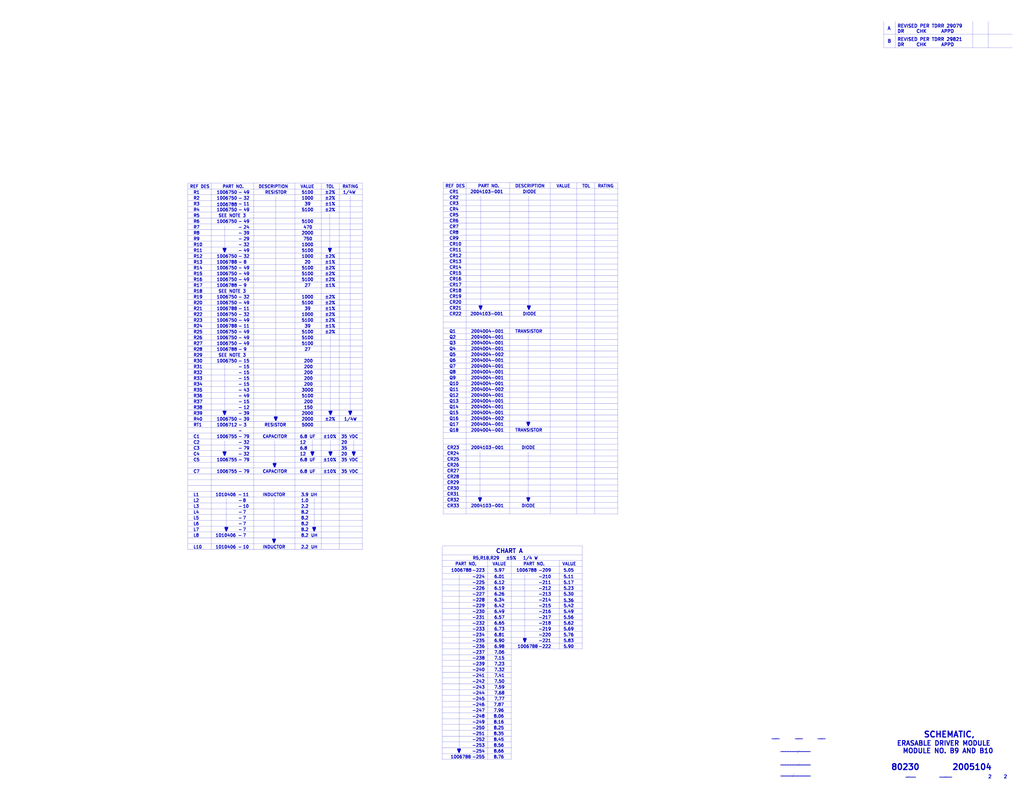
<source format=kicad_sch>
(kicad_sch (version 20211123) (generator eeschema)
  (paper "E")
  (polyline (pts (xy 482.6 772.16) (xy 558.165 772.16)) (stroke (width 0) (type solid)))
  (polyline (pts (xy 1078.611 23.495) (xy 1078.611 52.197)) (stroke (width 0) (type solid)))
  (polyline (pts (xy 577.215 337.5152) (xy 575.945 334.3402)) (stroke (width 1.524) (type solid)))
  (polyline (pts (xy 243.84 493.7252) (xy 246.38 493.7252)) (stroke (width 1.524) (type solid)))
  (polyline (pts (xy 300.99 506.4252) (xy 299.72 509.6002)) (stroke (width 1.524) (type solid)))
  (polyline (pts (xy 1061.72 23.495) (xy 1061.72 52.197)) (stroke (width 0) (type solid)))
  (polyline (pts (xy 299.72 509.6002) (xy 298.45 506.4252)) (stroke (width 1.524) (type solid)))
  (polyline (pts (xy 205.105 403.225) (xy 395.605 403.225)) (stroke (width 0) (type solid)))
  (polyline (pts (xy 483.87 199.39) (xy 674.37 199.39)) (stroke (width 0) (type solid)))
  (polyline (pts (xy 577.85 461.3402) (xy 576.58 464.5152)) (stroke (width 1.524) (type solid)))
  (polyline (pts (xy 482.6 829.31) (xy 558.165 829.31)) (stroke (width 0) (type solid)))
  (polyline (pts (xy 576.58 547.0652) (xy 575.31 543.8902)) (stroke (width 1.524) (type solid)))
  (polyline (pts (xy 483.87 256.54) (xy 674.37 256.54)) (stroke (width 0) (type solid)))
  (polyline (pts (xy 360.68 496.9002) (xy 359.41 493.7252)) (stroke (width 1.524) (type solid)))
  (polyline (pts (xy 483.87 504.19) (xy 674.37 504.19)) (stroke (width 0) (type solid)))
  (polyline (pts (xy 483.87 364.49) (xy 674.37 364.49)) (stroke (width 0) (type solid)))
  (polyline (pts (xy 1030.605 849.757) (xy 1033.145 847.217)) (stroke (width 0) (type solid)))
  (polyline (pts (xy 895.985 807.847) (xy 897.89 805.307)) (stroke (width 0) (type solid)))
  (polyline (pts (xy 482.6 689.61) (xy 635.635 689.61)) (stroke (width 0) (type solid)))
  (polyline (pts (xy 247.015 544.195) (xy 247.015 579.755)) (stroke (width 0) (type solid)))
  (polyline (pts (xy 205.105 447.675) (xy 395.605 447.675)) (stroke (width 0) (type solid)))
  (polyline (pts (xy 575.31 461.3402) (xy 577.85 461.3402)) (stroke (width 1.524) (type solid)))
  (polyline (pts (xy 483.87 478.79) (xy 674.37 478.79)) (stroke (width 0) (type solid)))
  (polyline (pts (xy 205.105 276.225) (xy 395.605 276.225)) (stroke (width 0) (type solid)))
  (polyline (pts (xy 483.87 218.44) (xy 674.37 218.44)) (stroke (width 0) (type solid)))
  (polyline (pts (xy 386.08 496.9002) (xy 384.81 493.7252)) (stroke (width 1.524) (type solid)))
  (polyline (pts (xy 205.105 530.225) (xy 395.605 530.225)) (stroke (width 0) (type solid)))
  (polyline (pts (xy 361.95 493.7252) (xy 360.68 496.9002)) (stroke (width 1.524) (type solid)))
  (polyline (pts (xy 205.105 479.425) (xy 395.605 479.425)) (stroke (width 0) (type solid)))
  (polyline (pts (xy 576.58 366.395) (xy 576.58 464.82)) (stroke (width 0) (type solid)))
  (polyline (pts (xy 342.9 544.195) (xy 342.9 579.755)) (stroke (width 0) (type solid)))
  (polyline (pts (xy 483.87 523.24) (xy 674.37 523.24)) (stroke (width 0) (type solid)))
  (polyline (pts (xy 610.235 708.66) (xy 610.235 612.14)) (stroke (width 0) (type solid)))
  (polyline (pts (xy 342.9 579.4502) (xy 341.63 576.2752)) (stroke (width 1.524) (type solid)))
  (polyline (pts (xy 360.045 274.6502) (xy 358.775 271.4752)) (stroke (width 1.524) (type solid)))
  (polyline (pts (xy 483.87 281.94) (xy 674.37 281.94)) (stroke (width 0) (type solid)))
  (polyline (pts (xy 483.87 453.39) (xy 674.37 453.39)) (stroke (width 0) (type solid)))
  (polyline (pts (xy 205.105 517.525) (xy 395.605 517.525)) (stroke (width 0) (type solid)))
  (polyline (pts (xy 575.31 543.8902) (xy 577.85 543.8902)) (stroke (width 1.524) (type solid)))
  (polyline (pts (xy 482.6 664.21) (xy 635.635 664.21)) (stroke (width 0) (type solid)))
  (polyline (pts (xy 483.87 434.34) (xy 674.37 434.34)) (stroke (width 0) (type solid)))
  (polyline (pts (xy 648.97 561.34) (xy 648.97 199.39)) (stroke (width 0) (type solid)))
  (polyline (pts (xy 483.87 529.59) (xy 674.37 529.59)) (stroke (width 0) (type solid)))
  (polyline (pts (xy 501.015 628.015) (xy 501.015 821.69)) (stroke (width 0) (type solid)))
  (polyline (pts (xy 845.82 807.847) (xy 847.725 805.307)) (stroke (width 0) (type solid)))
  (polyline (pts (xy 340.995 480.695) (xy 340.995 497.205)) (stroke (width 0) (type solid)))
  (polyline (pts (xy 205.105 561.975) (xy 395.605 561.975)) (stroke (width 0) (type solid)))
  (polyline (pts (xy 483.87 212.09) (xy 674.37 212.09)) (stroke (width 0) (type solid)))
  (polyline (pts (xy 205.105 511.175) (xy 395.605 511.175)) (stroke (width 0) (type solid)))
  (polyline (pts (xy 977.011 23.495) (xy 977.011 52.197)) (stroke (width 0) (type solid)))
  (polyline (pts (xy 483.87 466.09) (xy 674.37 466.09)) (stroke (width 0) (type solid)))
  (polyline (pts (xy 205.105 485.775) (xy 395.605 485.775)) (stroke (width 0) (type solid)))
  (polyline (pts (xy 635.635 596.265) (xy 635.635 708.66)) (stroke (width 0) (type solid)))
  (polyline (pts (xy 483.87 224.79) (xy 674.37 224.79)) (stroke (width 0) (type solid)))
  (polyline (pts (xy 964.565 52.197) (xy 1104.9 52.197)) (stroke (width 0) (type solid)))
  (polyline (pts (xy 359.41 449.2752) (xy 361.95 449.2752)) (stroke (width 1.524) (type solid)))
  (polyline (pts (xy 246.38 493.7252) (xy 245.11 496.9002)) (stroke (width 1.524) (type solid)))
  (polyline (pts (xy 482.6 810.26) (xy 558.165 810.26)) (stroke (width 0) (type solid)))
  (polyline (pts (xy 482.6 778.51) (xy 558.165 778.51)) (stroke (width 0) (type solid)))
  (polyline (pts (xy 483.87 440.69) (xy 674.37 440.69)) (stroke (width 0) (type solid)))
  (polyline (pts (xy 386.08 480.695) (xy 386.08 497.205)) (stroke (width 0) (type solid)))
  (polyline (pts (xy 483.87 510.54) (xy 674.37 510.54)) (stroke (width 0) (type solid)))
  (polyline (pts (xy 483.87 459.74) (xy 674.37 459.74)) (stroke (width 0) (type solid)))
  (polyline (pts (xy 483.87 275.59) (xy 674.37 275.59)) (stroke (width 0) (type solid)))
  (polyline (pts (xy 300.99 214.63) (xy 300.99 459.105)) (stroke (width 0) (type solid)))
  (polyline (pts (xy 205.105 409.575) (xy 395.605 409.575)) (stroke (width 0) (type solid)))
  (polyline (pts (xy 205.105 352.425) (xy 395.605 352.425)) (stroke (width 0) (type solid)))
  (polyline (pts (xy 483.87 345.44) (xy 674.37 345.44)) (stroke (width 0) (type solid)))
  (polyline (pts (xy 483.87 535.94) (xy 674.37 535.94)) (stroke (width 0) (type solid)))
  (polyline (pts (xy 205.105 587.375) (xy 395.605 587.375)) (stroke (width 0) (type solid)))
  (polyline (pts (xy 482.6 676.91) (xy 635.635 676.91)) (stroke (width 0) (type solid)))
  (polyline (pts (xy 482.6 596.9) (xy 482.6 829.31)) (stroke (width 0) (type solid)))
  (polyline (pts (xy 384.81 493.7252) (xy 387.35 493.7252)) (stroke (width 1.524) (type solid)))
  (polyline (pts (xy 483.87 351.79) (xy 674.37 351.79)) (stroke (width 0) (type solid)))
  (polyline (pts (xy 205.105 295.275) (xy 395.605 295.275)) (stroke (width 0) (type solid)))
  (polyline (pts (xy 482.6 803.91) (xy 558.165 803.91)) (stroke (width 0) (type solid)))
  (polyline (pts (xy 350.52 200.025) (xy 350.52 600.075)) (stroke (width 0) (type solid)))
  (polyline (pts (xy 300.99 458.8002) (xy 299.72 455.6252)) (stroke (width 1.524) (type solid)))
  (polyline (pts (xy 532.13 829.31) (xy 532.13 612.14)) (stroke (width 0) (type solid)))
  (polyline (pts (xy 482.6 651.51) (xy 635.635 651.51)) (stroke (width 0) (type solid)))
  (polyline (pts (xy 483.87 389.89) (xy 674.37 389.89)) (stroke (width 0) (type solid)))
  (polyline (pts (xy 482.6 746.76) (xy 558.165 746.76)) (stroke (width 0) (type solid)))
  (polyline (pts (xy 382.27 452.4502) (xy 381 449.2752)) (stroke (width 1.524) (type solid)))
  (polyline (pts (xy 302.26 455.6252) (xy 300.99 458.8002)) (stroke (width 1.524) (type solid)))
  (polyline (pts (xy 483.87 231.14) (xy 674.37 231.14)) (stroke (width 0) (type solid)))
  (polyline (pts (xy 205.105 441.325) (xy 395.605 441.325)) (stroke (width 0) (type solid)))
  (polyline (pts (xy 205.105 542.925) (xy 395.605 542.925)) (stroke (width 0) (type solid)))
  (polyline (pts (xy 482.6 612.14) (xy 635.635 612.14)) (stroke (width 0) (type solid)))
  (polyline (pts (xy 205.105 339.725) (xy 395.605 339.725)) (stroke (width 0) (type solid)))
  (polyline (pts (xy 205.105 225.425) (xy 395.605 225.425)) (stroke (width 0) (type solid)))
  (polyline (pts (xy 300.355 588.9752) (xy 299.085 592.1502)) (stroke (width 1.524) (type solid)))
  (polyline (pts (xy 482.6 632.46) (xy 635.635 632.46)) (stroke (width 0) (type solid)))
  (polyline (pts (xy 205.105 460.375) (xy 395.605 460.375)) (stroke (width 0) (type solid)))
  (polyline (pts (xy 361.95 449.2752) (xy 360.68 452.4502)) (stroke (width 1.524) (type solid)))
  (polyline (pts (xy 482.6 645.16) (xy 635.635 645.16)) (stroke (width 0) (type solid)))
  (polyline (pts (xy 205.105 301.625) (xy 395.605 301.625)) (stroke (width 0) (type solid)))
  (polyline (pts (xy 483.87 485.14) (xy 674.37 485.14)) (stroke (width 0) (type solid)))
  (polyline (pts (xy 245.11 496.9002) (xy 243.84 493.7252)) (stroke (width 1.524) (type solid)))
  (polyline (pts (xy 205.105 288.925) (xy 395.605 288.925)) (stroke (width 0) (type solid)))
  (polyline (pts (xy 245.11 274.6502) (xy 243.84 271.4752)) (stroke (width 1.524) (type solid)))
  (polyline (pts (xy 483.87 408.94) (xy 674.37 408.94)) (stroke (width 0) (type solid)))
  (polyline (pts (xy 576.58 493.395) (xy 576.58 546.735)) (stroke (width 0) (type solid)))
  (polyline (pts (xy 483.87 288.29) (xy 674.37 288.29)) (stroke (width 0) (type solid)))
  (polyline (pts (xy 482.6 708.66) (xy 635.635 708.66)) (stroke (width 0) (type solid)))
  (polyline (pts (xy 523.875 492.76) (xy 523.875 547.37)) (stroke (width 0) (type solid)))
  (polyline (pts (xy 483.87 307.34) (xy 674.37 307.34)) (stroke (width 0) (type solid)))
  (polyline (pts (xy 482.6 791.21) (xy 558.165 791.21)) (stroke (width 0) (type solid)))
  (polyline (pts (xy 387.35 493.7252) (xy 386.08 496.9002)) (stroke (width 1.524) (type solid)))
  (polyline (pts (xy 483.87 313.69) (xy 674.37 313.69)) (stroke (width 0) (type solid)))
  (polyline (pts (xy 482.6 670.56) (xy 635.635 670.56)) (stroke (width 0) (type solid)))
  (polyline (pts (xy 245.745 576.2752) (xy 248.285 576.2752)) (stroke (width 1.524) (type solid)))
  (polyline (pts (xy 205.105 466.725) (xy 395.605 466.725)) (stroke (width 0) (type solid)))
  (polyline (pts (xy 483.87 383.54) (xy 674.37 383.54)) (stroke (width 0) (type solid)))
  (polyline (pts (xy 482.6 657.86) (xy 635.635 657.86)) (stroke (width 0) (type solid)))
  (polyline (pts (xy 964.565 37.592) (xy 1104.9 37.592)) (stroke (width 0) (type solid)))
  (polyline (pts (xy 205.105 365.125) (xy 395.605 365.125)) (stroke (width 0) (type solid)))
  (polyline (pts (xy 339.725 493.7252) (xy 342.265 493.7252)) (stroke (width 1.524) (type solid)))
  (polyline (pts (xy 483.87 561.34) (xy 674.37 561.34)) (stroke (width 0) (type solid)))
  (polyline (pts (xy 205.105 358.775) (xy 395.605 358.775)) (stroke (width 0) (type solid)))
  (polyline (pts (xy 298.45 506.4252) (xy 300.99 506.4252)) (stroke (width 1.524) (type solid)))
  (polyline (pts (xy 483.87 358.14) (xy 674.37 358.14)) (stroke (width 0) (type solid)))
  (polyline (pts (xy 205.105 390.525) (xy 395.605 390.525)) (stroke (width 0) (type solid)))
  (polyline (pts (xy 246.38 449.2752) (xy 245.11 452.4502)) (stroke (width 1.524) (type solid)))
  (polyline (pts (xy 205.105 568.325) (xy 395.605 568.325)) (stroke (width 0) (type solid)))
  (polyline (pts (xy 205.105 263.525) (xy 395.605 263.525)) (stroke (width 0) (type solid)))
  (polyline (pts (xy 870.585 807.847) (xy 872.49 805.307)) (stroke (width 0) (type solid)))
  (polyline (pts (xy 361.315 271.4752) (xy 360.045 274.6502)) (stroke (width 1.524) (type solid)))
  (polyline (pts (xy 205.105 600.075) (xy 395.605 600.075)) (stroke (width 0) (type solid)))
  (polyline (pts (xy 205.105 492.125) (xy 395.605 492.125)) (stroke (width 0) (type solid)))
  (polyline (pts (xy 230.505 200.025) (xy 230.505 600.075)) (stroke (width 0) (type solid)))
  (polyline (pts (xy 483.87 402.59) (xy 674.37 402.59)) (stroke (width 0) (type solid)))
  (polyline (pts (xy 523.24 334.3402) (xy 525.78 334.3402)) (stroke (width 1.524) (type solid)))
  (polyline (pts (xy 577.85 543.8902) (xy 576.58 547.0652)) (stroke (width 1.524) (type solid)))
  (polyline (pts (xy 524.51 337.82) (xy 524.51 213.995)) (stroke (width 0) (type solid)))
  (polyline (pts (xy 299.085 544.195) (xy 299.085 592.455)) (stroke (width 0) (type solid)))
  (polyline (pts (xy 989.965 849.757) (xy 992.505 847.217)) (stroke (width 0) (type solid)))
  (polyline (pts (xy 482.6 715.01) (xy 558.165 715.01)) (stroke (width 0) (type solid)))
  (polyline (pts (xy 574.04 697.5602) (xy 572.77 700.7352)) (stroke (width 1.524) (type solid)))
  (polyline (pts (xy 243.84 271.4752) (xy 246.38 271.4752)) (stroke (width 1.524) (type solid)))
  (polyline (pts (xy 205.105 244.475) (xy 395.605 244.475)) (stroke (width 0) (type solid)))
  (polyline (pts (xy 483.87 326.39) (xy 674.37 326.39)) (stroke (width 0) (type solid)))
  (polyline (pts (xy 205.105 212.725) (xy 395.605 212.725)) (stroke (width 0) (type solid)))
  (polyline (pts (xy 483.87 250.19) (xy 674.37 250.19)) (stroke (width 0) (type solid)))
  (polyline (pts (xy 299.72 455.6252) (xy 302.26 455.6252)) (stroke (width 1.524) (type solid)))
  (polyline (pts (xy 482.6 605.79) (xy 635.635 605.79)) (stroke (width 0) (type solid)))
  (polyline (pts (xy 629.285 199.39) (xy 629.285 561.34)) (stroke (width 0) (type solid)))
  (polyline (pts (xy 205.105 384.175) (xy 395.605 384.175)) (stroke (width 0) (type solid)))
  (polyline (pts (xy 482.6 721.36) (xy 558.165 721.36)) (stroke (width 0) (type solid)))
  (polyline (pts (xy 205.105 257.175) (xy 395.605 257.175)) (stroke (width 0) (type solid)))
  (polyline (pts (xy 246.38 271.4752) (xy 245.11 274.6502)) (stroke (width 1.524) (type solid)))
  (polyline (pts (xy 205.105 593.725) (xy 395.605 593.725)) (stroke (width 0) (type solid)))
  (polyline (pts (xy 483.87 370.84) (xy 674.37 370.84)) (stroke (width 0) (type solid)))
  (polyline (pts (xy 205.105 422.275) (xy 395.605 422.275)) (stroke (width 0) (type solid)))
  (polyline (pts (xy 245.11 452.4502) (xy 243.84 449.2752)) (stroke (width 1.524) (type solid)))
  (polyline (pts (xy 558.165 829.31) (xy 558.165 612.14)) (stroke (width 0) (type solid)))
  (polyline (pts (xy 483.87 516.89) (xy 674.37 516.89)) (stroke (width 0) (type solid)))
  (polyline (pts (xy 321.945 200.025) (xy 321.945 600.075)) (stroke (width 0) (type solid)))
  (polyline (pts (xy 483.87 262.89) (xy 674.37 262.89)) (stroke (width 0) (type solid)))
  (polyline (pts (xy 483.87 447.04) (xy 674.37 447.04)) (stroke (width 0) (type solid)))
  (polyline (pts (xy 482.6 740.41) (xy 558.165 740.41)) (stroke (width 0) (type solid)))
  (polyline (pts (xy 600.71 561.34) (xy 600.71 199.39)) (stroke (width 0) (type solid)))
  (polyline (pts (xy 205.105 415.925) (xy 395.605 415.925)) (stroke (width 0) (type solid)))
  (polyline (pts (xy 482.6 727.71) (xy 558.165 727.71)) (stroke (width 0) (type solid)))
  (polyline (pts (xy 483.87 294.64) (xy 674.37 294.64)) (stroke (width 0) (type solid)))
  (polyline (pts (xy 482.6 784.86) (xy 558.165 784.86)) (stroke (width 0) (type solid)))
  (polyline (pts (xy 205.105 250.825) (xy 395.605 250.825)) (stroke (width 0) (type solid)))
  (polyline (pts (xy 482.6 765.81) (xy 558.165 765.81)) (stroke (width 0) (type solid)))
  (polyline (pts (xy 205.105 523.875) (xy 395.605 523.875)) (stroke (width 0) (type solid)))
  (polyline (pts (xy 248.285 576.2752) (xy 247.015 579.4502)) (stroke (width 1.524) (type solid)))
  (polyline (pts (xy 674.37 199.39) (xy 674.37 561.34)) (stroke (width 0) (type solid)))
  (polyline (pts (xy 483.87 396.24) (xy 674.37 396.24)) (stroke (width 0) (type solid)))
  (polyline (pts (xy 482.6 822.96) (xy 558.165 822.96)) (stroke (width 0) (type solid)))
  (polyline (pts (xy 483.87 205.74) (xy 674.37 205.74)) (stroke (width 0) (type solid)))
  (polyline (pts (xy 297.815 588.9752) (xy 300.355 588.9752)) (stroke (width 1.524) (type solid)))
  (polyline (pts (xy 205.105 200.025) (xy 395.605 200.025)) (stroke (width 0) (type solid)))
  (polyline (pts (xy 205.105 231.775) (xy 395.605 231.775)) (stroke (width 0) (type solid)))
  (polyline (pts (xy 395.605 200.025) (xy 395.605 600.075)) (stroke (width 0) (type solid)))
  (polyline (pts (xy 483.87 332.74) (xy 674.37 332.74)) (stroke (width 0) (type solid)))
  (polyline (pts (xy 205.105 574.675) (xy 395.605 574.675)) (stroke (width 0) (type solid)))
  (polyline (pts (xy 483.87 427.99) (xy 674.37 427.99)) (stroke (width 0) (type solid)))
  (polyline (pts (xy 205.105 282.575) (xy 395.605 282.575)) (stroke (width 0) (type solid)))
  (polyline (pts (xy 205.105 377.825) (xy 395.605 377.825)) (stroke (width 0) (type solid)))
  (polyline (pts (xy 382.27 213.995) (xy 382.27 452.755)) (stroke (width 0) (type solid)))
  (polyline (pts (xy 205.105 269.875) (xy 395.605 269.875)) (stroke (width 0) (type solid)))
  (polyline (pts (xy 340.995 496.9002) (xy 339.725 493.7252)) (stroke (width 1.524) (type solid)))
  (polyline (pts (xy 483.87 415.29) (xy 674.37 415.29)) (stroke (width 0) (type solid)))
  (polyline (pts (xy 205.105 454.025) (xy 395.605 454.025)) (stroke (width 0) (type solid)))
  (polyline (pts (xy 360.68 452.4502) (xy 359.41 449.2752)) (stroke (width 1.524) (type solid)))
  (polyline (pts (xy 205.105 371.475) (xy 395.605 371.475)) (stroke (width 0) (type solid)))
  (polyline (pts (xy 344.17 576.2752) (xy 342.9 579.4502)) (stroke (width 1.524) (type solid)))
  (polyline (pts (xy 524.51 337.5152) (xy 523.24 334.3402)) (stroke (width 1.524) (type solid)))
  (polyline (pts (xy 869.95 823.087) (xy 872.49 819.277)) (stroke (width 0) (type solid)))
  (polyline (pts (xy 205.105 320.675) (xy 395.605 320.675)) (stroke (width 0) (type solid)))
  (polyline (pts (xy 205.105 581.025) (xy 395.605 581.025)) (stroke (width 0) (type solid)))
  (polyline (pts (xy 205.105 206.375) (xy 395.605 206.375)) (stroke (width 0) (type solid)))
  (polyline (pts (xy 245.11 481.33) (xy 245.11 497.205)) (stroke (width 0) (type solid)))
  (polyline (pts (xy 483.87 243.84) (xy 674.37 243.84)) (stroke (width 0) (type solid)))
  (polyline (pts (xy 525.145 543.8902) (xy 523.875 547.0652)) (stroke (width 1.524) (type solid)))
  (polyline (pts (xy 483.87 542.29) (xy 674.37 542.29)) (stroke (width 0) (type solid)))
  (polyline (pts (xy 576.58 464.5152) (xy 575.31 461.3402)) (stroke (width 1.524) (type solid)))
  (polyline (pts (xy 556.26 199.39) (xy 556.26 561.34)) (stroke (width 0) (type solid)))
  (polyline (pts (xy 205.105 314.325) (xy 395.605 314.325)) (stroke (width 0) (type solid)))
  (polyline (pts (xy 205.105 473.075) (xy 395.605 473.075)) (stroke (width 0) (type solid)))
  (polyline (pts (xy 360.68 480.695) (xy 360.68 497.205)) (stroke (width 0) (type solid)))
  (polyline (pts (xy 205.105 504.825) (xy 395.605 504.825)) (stroke (width 0) (type solid)))
  (polyline (pts (xy 501.015 821.3852) (xy 499.745 818.2102)) (stroke (width 1.524) (type solid)))
  (polyline (pts (xy 482.6 734.06) (xy 558.165 734.06)) (stroke (width 0) (type solid)))
  (polyline (pts (xy 483.87 237.49) (xy 674.37 237.49)) (stroke (width 0) (type solid)))
  (polyline (pts (xy 482.6 683.26) (xy 635.635 683.26)) (stroke (width 0) (type solid)))
  (polyline (pts (xy 575.945 334.3402) (xy 578.485 334.3402)) (stroke (width 1.524) (type solid)))
  (polyline (pts (xy 205.105 536.575) (xy 395.605 536.575)) (stroke (width 0) (type solid)))
  (polyline (pts (xy 245.11 246.38) (xy 245.11 274.32)) (stroke (width 0) (type solid)))
  (polyline (pts (xy 483.87 497.84) (xy 674.37 497.84)) (stroke (width 0) (type solid)))
  (polyline (pts (xy 870.585 837.057) (xy 873.125 833.247)) (stroke (width 0) (type solid)))
  (polyline (pts (xy 205.105 307.975) (xy 395.605 307.975)) (stroke (width 0) (type solid)))
  (polyline (pts (xy 483.87 554.99) (xy 674.37 554.99)) (stroke (width 0) (type solid)))
  (polyline (pts (xy 483.87 339.09) (xy 674.37 339.09)) (stroke (width 0) (type solid)))
  (polyline (pts (xy 482.6 626.11) (xy 635.635 626.11)) (stroke (width 0) (type solid)))
  (polyline (pts (xy 205.105 219.075) (xy 395.605 219.075)) (stroke (width 0) (type solid)))
  (polyline (pts (xy 522.605 543.8902) (xy 525.145 543.8902)) (stroke (width 1.524) (type solid)))
  (polyline (pts (xy 370.205 200.025) (xy 370.205 600.075)) (stroke (width 0) (type solid)))
  (polyline (pts (xy 525.78 334.3402) (xy 524.51 337.5152)) (stroke (width 1.524) (type solid)))
  (polyline (pts (xy 482.6 596.265) (xy 635.635 596.265)) (stroke (width 0) (type solid)))
  (polyline (pts (xy 572.77 700.7352) (xy 571.5 697.5602)) (stroke (width 1.524) (type solid)))
  (polyline (pts (xy 578.485 334.3402) (xy 577.215 337.5152)) (stroke (width 1.524) (type solid)))
  (polyline (pts (xy 358.775 271.4752) (xy 361.315 271.4752)) (stroke (width 1.524) (type solid)))
  (polyline (pts (xy 205.105 555.625) (xy 395.605 555.625)) (stroke (width 0) (type solid)))
  (polyline (pts (xy 483.87 548.64) (xy 674.37 548.64)) (stroke (width 0) (type solid)))
  (polyline (pts (xy 381 449.2752) (xy 383.54 449.2752)) (stroke (width 1.524) (type solid)))
  (polyline (pts (xy 482.6 759.46) (xy 558.165 759.46)) (stroke (width 0) (type solid)))
  (polyline (pts (xy 205.105 549.275) (xy 395.605 549.275)) (stroke (width 0) (type solid)))
  (polyline (pts (xy 483.87 320.04) (xy 674.37 320.04)) (stroke (width 0) (type solid)))
  (polyline (pts (xy 383.54 449.2752) (xy 382.27 452.4502)) (stroke (width 1.524) (type solid)))
  (polyline (pts (xy 483.87 269.24) (xy 674.37 269.24)) (stroke (width 0) (type solid)))
  (polyline (pts (xy 243.84 449.2752) (xy 246.38 449.2752)) (stroke (width 1.524) (type solid)))
  (polyline (pts (xy 341.63 576.2752) (xy 344.17 576.2752)) (stroke (width 1.524) (type solid)))
  (polyline (pts (xy 342.265 493.7252) (xy 340.995 496.9002)) (stroke (width 1.524) (type solid)))
  (polyline (pts (xy 245.11 398.145) (xy 245.11 452.12)) (stroke (width 0) (type solid)))
  (polyline (pts (xy 299.72 481.33) (xy 299.72 509.27)) (stroke (width 0) (type solid)))
  (polyline (pts (xy 482.6 702.31) (xy 635.635 702.31)) (stroke (width 0) (type solid)))
  (polyline (pts (xy 508.635 561.34) (xy 508.635 199.39)) (stroke (width 0) (type solid)))
  (polyline (pts (xy 482.6 695.96) (xy 635.635 695.96)) (stroke (width 0) (type solid)))
  (polyline (pts (xy 483.87 377.19) (xy 674.37 377.19)) (stroke (width 0) (type solid)))
  (polyline (pts (xy 276.86 200.025) (xy 276.86 600.075)) (stroke (width 0) (type solid)))
  (polyline (pts (xy 205.105 428.625) (xy 395.605 428.625)) (stroke (width 0) (type solid)))
  (polyline (pts (xy 205.105 327.025) (xy 395.605 327.025)) (stroke (width 0) (type solid)))
  (polyline (pts (xy 247.015 579.4502) (xy 245.745 576.2752)) (stroke (width 1.524) (type solid)))
  (polyline (pts (xy 482.6 816.61) (xy 558.165 816.61)) (stroke (width 0) (type solid)))
  (polyline (pts (xy 205.105 333.375) (xy 395.605 333.375)) (stroke (width 0) (type solid)))
  (polyline (pts (xy 482.6 797.56) (xy 558.165 797.56)) (stroke (width 0) (type solid)))
  (polyline (pts (xy 205.105 498.475) (xy 395.605 498.475)) (stroke (width 0) (type solid)))
  (polyline (pts (xy 205.105 396.875) (xy 395.605 396.875)) (stroke (width 0) (type solid)))
  (polyline (pts (xy 523.875 547.0652) (xy 522.605 543.8902)) (stroke (width 1.524) (type solid)))
  (polyline (pts (xy 482.6 638.81) (xy 635.635 638.81)) (stroke (width 0) (type solid)))
  (polyline (pts (xy 299.085 592.1502) (xy 297.815 588.9752)) (stroke (width 1.524) (type solid)))
  (polyline (pts (xy 864.235 849.122) (xy 866.775 844.677)) (stroke (width 0) (type solid)))
  (polyline (pts (xy 483.87 421.64) (xy 674.37 421.64)) (stroke (width 0) (type solid)))
  (polyline (pts (xy 205.105 346.075) (xy 395.605 346.075)) (stroke (width 0) (type solid)))
  (polyline (pts (xy 360.045 233.68) (xy 360.045 274.955)) (stroke (width 0) (type solid)))
  (polyline (pts (xy 205.105 434.975) (xy 395.605 434.975)) (stroke (width 0) (type solid)))
  (polyline (pts (xy 964.311 23.495) (xy 964.311 52.197)) (stroke (width 0) (type solid)))
  (polyline (pts (xy 482.6 753.11) (xy 558.165 753.11)) (stroke (width 0) (type solid)))
  (polyline (pts (xy 483.87 491.49) (xy 674.37 491.49)) (stroke (width 0) (type solid)))
  (polyline (pts (xy 205.105 600.075) (xy 205.105 200.025)) (stroke (width 0) (type solid)))
  (polyline (pts (xy 499.745 818.2102) (xy 502.285 818.2102)) (stroke (width 1.524) (type solid)))
  (polyline (pts (xy 482.6 618.49) (xy 635.635 618.49)) (stroke (width 0) (type solid)))
  (polyline (pts (xy 571.5 697.5602) (xy 574.04 697.5602)) (stroke (width 1.524) (type solid)))
  (polyline (pts (xy 205.105 238.125) (xy 395.605 238.125)) (stroke (width 0) (type solid)))
  (polyline (pts (xy 483.87 199.39) (xy 483.87 561.34)) (stroke (width 0) (type solid)))
  (polyline (pts (xy 483.87 472.44) (xy 674.37 472.44)) (stroke (width 0) (type solid)))
  (polyline (pts (xy 502.285 818.2102) (xy 501.015 821.3852)) (stroke (width 1.524) (type solid)))
  (polyline (pts (xy 360.68 366.395) (xy 360.68 452.755)) (stroke (width 0) (type solid)))
  (polyline (pts (xy 577.215 337.185) (xy 577.215 213.995)) (stroke (width 0) (type solid)))
  (polyline (pts (xy 572.77 627.38) (xy 572.77 701.04)) (stroke (width 0) (type solid)))
  (polyline (pts (xy 483.87 300.99) (xy 674.37 300.99)) (stroke (width 0) (type solid)))
  (polyline (pts (xy 359.41 493.7252) (xy 361.95 493.7252)) (stroke (width 1.524) (type solid)))
  (text "L10" (at 210.82 599.44 0) (effects (font (size 3.302 3.302) (thickness 0.6604) bold) (justify left bottom)))
  (text "1006755" (at 236.22 516.89 0) (effects (font (size 3.302 3.302) (thickness 0.6604) bold) (justify left bottom)))
  (text "1/4W" (at 374.015 212.09 0) (effects (font (size 3.302 3.302) (thickness 0.6604) bold) (justify left bottom)))
  (text "R9" (at 210.82 262.89 0) (effects (font (size 3.302 3.302) (thickness 0.6604) bold) (justify left bottom)))
  (text "Q3" (at 490.22 376.555 0) (effects (font (size 3.302 3.302) (thickness 0.6604) bold) (justify left bottom)))
  (text "-251" (at 514.985 803.275 0) (effects (font (size 3.302 3.302) (thickness 0.6604) bold) (justify left bottom)))
  (text "2004004-001" (at 513.715 471.805 0) (effects (font (size 3.302 3.302) (thickness 0.6604) bold) (justify left bottom)))
  (text "R31" (at 210.82 402.59 0) (effects (font (size 3.302 3.302) (thickness 0.6604) bold) (justify left bottom)))
  (text "6.98" (at 539.115 708.025 0) (effects (font (size 3.302 3.302) (thickness 0.6604) bold) (justify left bottom)))
  (text "12" (at 327.025 497.84 0) (effects (font (size 3.302 3.302) (thickness 0.6604) bold) (justify left bottom)))
  (text "49" (at 265.43 294.64 0) (effects (font (size 3.302 3.302) (thickness 0.6604) bold) (justify left bottom)))
  (text "UH" (at 339.09 586.74 0) (effects (font (size 3.302 3.302) (thickness 0.6604) bold) (justify left bottom)))
  (text "9" (at 265.43 313.69 0) (effects (font (size 3.302 3.302) (thickness 0.6604) bold) (justify left bottom)))
  (text "5.05" (at 614.68 624.84 0) (effects (font (size 3.302 3.302) (thickness 0.6604) bold) (justify left bottom)))
  (text "CHART A" (at 541.02 604.52 0) (effects (font (size 4.572 4.572) (thickness 0.9144) bold) (justify left bottom)))
  (text "7.50" (at 539.115 746.125 0) (effects (font (size 3.302 3.302) (thickness 0.6604) bold) (justify left bottom)))
  (text "Q8" (at 490.22 408.305 0) (effects (font (size 3.302 3.302) (thickness 0.6604) bold) (justify left bottom)))
  (text "1006750" (at 236.22 231.14 0) (effects (font (size 3.302 3.302) (thickness 0.6604) bold) (justify left bottom)))
  (text "REF DES" (at 485.775 205.105 0) (effects (font (size 3.302 3.302) (thickness 0.6604) bold) (justify left bottom)))
  (text "1000" (at 328.93 345.44 0) (effects (font (size 3.302 3.302) (thickness 0.6604) bold) (justify left bottom)))
  (text "L5" (at 210.82 567.69 0) (effects (font (size 3.302 3.302) (thickness 0.6604) bold) (justify left bottom)))
  (text "2004004-001" (at 513.715 382.905 0) (effects (font (size 3.302 3.302) (thickness 0.6604) bold) (justify left bottom)))
  (text "CR4" (at 490.22 230.505 0) (effects (font (size 3.302 3.302) (thickness 0.6604) bold) (justify left bottom)))
  (text "-" (at 259.715 307.34 0) (effects (font (size 3.302 3.302) (thickness 0.6604) bold) (justify left bottom)))
  (text "35 VDC" (at 372.11 516.89 0) (effects (font (size 3.302 3.302) (thickness 0.6604) bold) (justify left bottom)))
  (text "TRANSISTOR" (at 561.975 471.805 0) (effects (font (size 3.302 3.302) (thickness 0.6604) bold) (justify left bottom)))
  (text "R28" (at 210.82 383.54 0) (effects (font (size 3.302 3.302) (thickness 0.6604) bold) (justify left bottom)))
  (text "2000" (at 328.93 459.74 0) (effects (font (size 3.302 3.302) (thickness 0.6604) bold) (justify left bottom)))
  (text "2004004-001" (at 513.715 401.955 0) (effects (font (size 3.302 3.302) (thickness 0.6604) bold) (justify left bottom)))
  (text "CR12" (at 490.22 281.305 0) (effects (font (size 3.302 3.302) (thickness 0.6604) bold) (justify left bottom)))
  (text "2004004-001" (at 513.715 452.755 0) (effects (font (size 3.302 3.302) (thickness 0.6604) bold) (justify left bottom)))
  (text "-221" (at 587.375 701.675 0) (effects (font (size 3.302 3.302) (thickness 0.6604) bold) (justify left bottom)))
  (text "-209" (at 587.375 624.84 0) (effects (font (size 3.302 3.302) (thickness 0.6604) bold) (justify left bottom)))
  (text "-218" (at 587.375 682.625 0) (effects (font (size 3.302 3.302) (thickness 0.6604) bold) (justify left bottom)))
  (text "7" (at 264.795 567.69 0) (effects (font (size 3.302 3.302) (thickness 0.6604) bold) (justify left bottom)))
  (text "-" (at 259.715 269.24 0) (effects (font (size 3.302 3.302) (thickness 0.6604) bold) (justify left bottom)))
  (text "±1%" (at 354.33 339.09 0) (effects (font (size 3.302 3.302) (thickness 0.6604) bold) (justify left bottom)))
  (text "8.2" (at 328.295 574.04 0) (effects (font (size 3.302 3.302) (thickness 0.6604) bold) (justify left bottom)))
  (text "39" (at 332.105 224.79 0) (effects (font (size 3.302 3.302) (thickness 0.6604) bold) (justify left bottom)))
  (text "8.45" (at 538.48 809.625 0) (effects (font (size 3.302 3.302) (thickness 0.6604) bold) (justify left bottom)))
  (text "CR9" (at 490.22 262.255 0) (effects (font (size 3.302 3.302) (thickness 0.6604) bold) (justify left bottom)))
  (text "-255" (at 514.985 828.675 0) (effects (font (size 3.302 3.302) (thickness 0.6604) bold) (justify left bottom)))
  (text "±2%" (at 354.33 212.09 0) (effects (font (size 3.302 3.302) (thickness 0.6604) bold) (justify left bottom)))
  (text "L3" (at 210.82 554.99 0) (effects (font (size 3.302 3.302) (thickness 0.6604) bold) (justify left bottom)))
  (text "6.8 UF" (at 327.025 478.79 0) (effects (font (size 3.302 3.302) (thickness 0.6604) bold) (justify left bottom)))
  (text "1/4W" (at 375.285 459.74 0) (effects (font (size 3.302 3.302) (thickness 0.6604) bold) (justify left bottom)))
  (text "2004004-001" (at 513.715 408.305 0) (effects (font (size 3.302 3.302) (thickness 0.6604) bold) (justify left bottom)))
  (text "1006750" (at 236.22 294.64 0) (effects (font (size 3.302 3.302) (thickness 0.6604) bold) (justify left bottom)))
  (text "-217" (at 587.375 676.275 0) (effects (font (size 3.302 3.302) (thickness 0.6604) bold) (justify left bottom)))
  (text "-245" (at 514.985 765.175 0) (effects (font (size 3.302 3.302) (thickness 0.6604) bold) (justify left bottom)))
  (text "-" (at 259.715 408.94 0) (effects (font (size 3.302 3.302) (thickness 0.6604) bold) (justify left bottom)))
  (text "-" (at 259.715 275.59 0) (effects (font (size 3.302 3.302) (thickness 0.6604) bold) (justify left bottom)))
  (text "±2%" (at 354.33 307.34 0) (effects (font (size 3.302 3.302) (thickness 0.6604) bold) (justify left bottom)))
  (text "10" (at 264.795 554.99 0) (effects (font (size 3.302 3.302) (thickness 0.6604) bold) (justify left bottom)))
  (text "INDUCTOR" (at 286.385 599.44 0) (effects (font (size 3.302 3.302) (thickness 0.6604) bold) (justify left bottom)))
  (text "-" (at 259.715 516.89 0) (effects (font (size 3.302 3.302) (thickness 0.6604) bold) (justify left bottom)))
  (text "2004004-001" (at 513.715 433.705 0) (effects (font (size 3.302 3.302) (thickness 0.6604) bold) (justify left bottom)))
  (text "35 VDC" (at 372.11 504.19 0) (effects (font (size 3.302 3.302) (thickness 0.6604) bold) (justify left bottom)))
  (text "RATING" (at 652.145 205.105 0) (effects (font (size 3.302 3.302) (thickness 0.6604) bold) (justify left bottom)))
  (text "CR14" (at 490.22 294.005 0) (effects (font (size 3.302 3.302) (thickness 0.6604) bold) (justify left bottom)))
  (text "-254" (at 514.985 822.325 0) (effects (font (size 3.302 3.302) (thickness 0.6604) bold) (justify left bottom)))
  (text "Q11" (at 490.22 427.355 0) (effects (font (size 3.302 3.302) (thickness 0.6604) bold) (justify left bottom)))
  (text "200" (at 331.47 408.94 0) (effects (font (size 3.302 3.302) (thickness 0.6604) bold) (justify left bottom)))
  (text "CR30" (at 487.68 535.305 0) (effects (font (size 3.302 3.302) (thickness 0.6604) bold) (justify left bottom)))
  (text "Q13" (at 490.22 440.055 0) (effects (font (size 3.302 3.302) (thickness 0.6604) bold) (justify left bottom)))
  (text "Q14" (at 490.22 446.405 0) (effects (font (size 3.302 3.302) (thickness 0.6604) bold) (justify left bottom)))
  (text "±2%" (at 354.33 326.39 0) (effects (font (size 3.302 3.302) (thickness 0.6604) bold) (justify left bottom)))
  (text "R25" (at 210.82 364.49 0) (effects (font (size 3.302 3.302) (thickness 0.6604) bold) (justify left bottom)))
  (text "R21" (at 210.82 339.09 0) (effects (font (size 3.302 3.302) (thickness 0.6604) bold) (justify left bottom)))
  (text "1006755" (at 236.22 478.79 0) (effects (font (size 3.302 3.302) (thickness 0.6604) bold) (justify left bottom)))
  (text "-225" (at 514.985 638.175 0) (effects (font (size 3.302 3.302) (thickness 0.6604) bold) (justify left bottom)))
  (text "R16" (at 210.82 307.34 0) (effects (font (size 3.302 3.302) (thickness 0.6604) bold) (justify left bottom)))
  (text "±10%" (at 352.425 478.79 0) (effects (font (size 3.302 3.302) (thickness 0.6604) bold) (justify left bottom)))
  (text "CR20" (at 490.22 332.105 0) (effects (font (size 3.302 3.302) (thickness 0.6604) bold) (justify left bottom)))
  (text "5.76" (at 614.68 695.325 0) (effects (font (size 3.302 3.302) (thickness 0.6604) bold) (justify left bottom)))
  (text "-" (at 259.715 250.19 0) (effects (font (size 3.302 3.302) (thickness 0.6604) bold) (justify left bottom)))
  (text "32" (at 265.43 497.84 0) (effects (font (size 3.302 3.302) (thickness 0.6604) bold) (justify left bottom)))
  (text "CR13" (at 490.22 287.655 0) (effects (font (size 3.302 3.302) (thickness 0.6604) bold) (justify left bottom)))
  (text "-" (at 259.715 377.19 0) (effects (font (size 3.302 3.302) (thickness 0.6604) bold) (justify left bottom)))
  (text "11" (at 265.43 224.79 0) (effects (font (size 3.302 3.302) (thickness 0.6604) bold) (justify left bottom)))
  (text "5100" (at 328.93 377.19 0) (effects (font (size 3.302 3.302) (thickness 0.6604) bold) (justify left bottom)))
  (text "7.96" (at 538.48 777.875 0) (effects (font (size 3.302 3.302) (thickness 0.6604) bold) (justify left bottom)))
  (text "DIODE" (at 570.23 344.805 0) (effects (font (size 3.302 3.302) (thickness 0.6604) bold) (justify left bottom)))
  (text "-224" (at 514.985 631.825 0) (effects (font (size 3.302 3.302) (thickness 0.6604) bold) (justify left bottom)))
  (text "-233" (at 514.985 688.975 0) (effects (font (size 3.302 3.302) (thickness 0.6604) bold) (justify left bottom)))
  (text "1006750" (at 236.22 212.09 0) (effects (font (size 3.302 3.302) (thickness 0.6604) bold) (justify left bottom)))
  (text "-" (at 259.715 567.69 0) (effects (font (size 3.302 3.302) (thickness 0.6604) bold) (justify left bottom)))
  (text "2004004-001" (at 513.715 421.005 0) (effects (font (size 3.302 3.302) (thickness 0.6604) bold) (justify left bottom)))
  (text "6.73" (at 539.115 688.975 0) (effects (font (size 3.302 3.302) (thickness 0.6604) bold) (justify left bottom)))
  (text "750" (at 330.835 262.89 0) (effects (font (size 3.302 3.302) (thickness 0.6604) bold) (justify left bottom)))
  (text "1006788" (at 236.22 339.09 0) (effects (font (size 3.302 3.302) (thickness 0.6604) bold) (justify left bottom)))
  (text "-242" (at 514.985 746.125 0) (effects (font (size 3.302 3.302) (thickness 0.6604) bold) (justify left bottom)))
  (text "B" (at 968.375 47.117 0) (effects (font (size 3.556 3.556) (thickness 0.7112) bold) (justify left bottom)))
  (text "2004103-001" (at 513.715 554.355 0) (effects (font (size 3.302 3.302) (thickness 0.6604) bold) (justify left bottom)))
  (text "-229" (at 514.985 663.575 0) (effects (font (size 3.302 3.302) (thickness 0.6604) bold) (justify left bottom)))
  (text "-210" (at 587.375 631.825 0) (effects (font (size 3.302 3.302) (thickness 0.6604) bold) (justify left bottom)))
  (text "79" (at 265.43 504.19 0) (effects (font (size 3.302 3.302) (thickness 0.6604) bold) (justify left bottom)))
  (text "CR16" (at 490.22 306.705 0) (effects (font (size 3.302 3.302) (thickness 0.6604) bold) (justify left bottom)))
  (text "150" (at 331.47 447.04 0) (effects (font (size 3.302 3.302) (thickness 0.6604) bold) (justify left bottom)))
  (text "____________" (at 851.535 847.852 0) (effects (font (size 3.556 3.556) (thickness 0.7112) bold) (justify left bottom)))
  (text "-" (at 259.715 326.39 0) (effects (font (size 3.302 3.302) (thickness 0.6604) bold) (justify left bottom)))
  (text "1006750" (at 236.22 345.44 0) (effects (font (size 3.302 3.302) (thickness 0.6604) bold) (justify left bottom)))
  (text "Q18" (at 490.22 471.805 0) (effects (font (size 3.302 3.302) (thickness 0.6604) bold) (justify left bottom)))
  (text "CR6" (at 490.22 243.205 0) (effects (font (size 3.302 3.302) (thickness 0.6604) bold) (justify left bottom)))
  (text "49" (at 265.43 231.14 0) (effects (font (size 3.302 3.302) (thickness 0.6604) bold) (justify left bottom)))
  (text "1006750" (at 236.22 364.49 0) (effects (font (size 3.302 3.302) (thickness 0.6604) bold) (justify left bottom)))
  (text "5.36" (at 614.68 657.86 0) (effects (font (size 3.302 3.302) (thickness 0.6604) bold) (justify left bottom)))
  (text "1006788" (at 236.22 313.69 0) (effects (font (size 3.302 3.302) (thickness 0.6604) bold) (justify left bottom)))
  (text "2004004-001" (at 513.715 446.405 0) (effects (font (size 3.302 3.302) (thickness 0.6604) bold) (justify left bottom)))
  (text "6.8" (at 327.025 491.49 0) (effects (font (size 3.302 3.302) (thickness 0.6604) bold) (justify left bottom)))
  (text "±2%" (at 354.33 459.74 0) (effects (font (size 3.302 3.302) (thickness 0.6604) bold) (justify left bottom)))
  (text "-249" (at 514.985 790.575 0) (effects (font (size 3.302 3.302) (thickness 0.6604) bold) (justify left bottom)))
  (text "35" (at 372.11 491.49 0) (effects (font (size 3.302 3.302) (thickness 0.6604) bold) (justify left bottom)))
  (text "R26" (at 210.82 370.84 0) (effects (font (size 3.302 3.302) (thickness 0.6604) bold) (justify left bottom)))
  (text "5.11" (at 614.68 631.825 0) (effects (font (size 3.302 3.302) (thickness 0.6604) bold) (justify left bottom)))
  (text "7.59" (at 539.115 752.475 0) (effects (font (size 3.302 3.302) (thickness 0.6604) bold) (justify left bottom)))
  (text "±1%" (at 354.33 358.14 0) (effects (font (size 3.302 3.302) (thickness 0.6604) bold) (justify left bottom)))
  (text "-" (at 259.715 370.84 0) (effects (font (size 3.302 3.302) (thickness 0.6604) bold) (justify left bottom)))
  (text "PART NO." (at 570.865 617.855 0) (effects (font (size 3.302 3.302) (thickness 0.6604) bold) (justify left bottom)))
  (text "-" (at 259.715 472.44 0) (effects (font (size 3.302 3.302) (thickness 0.6604) bold) (justify left bottom)))
  (text "-" (at 259.715 212.09 0) (effects (font (size 3.302 3.302) (thickness 0.6604) bold) (justify left bottom)))
  (text "-246" (at 514.985 771.525 0) (effects (font (size 3.302 3.302) (thickness 0.6604) bold) (justify left bottom)))
  (text "39" (at 332.105 339.09 0) (effects (font (size 3.302 3.302) (thickness 0.6604) bold) (justify left bottom)))
  (text "R18" (at 210.82 320.04 0) (effects (font (size 3.302 3.302) (thickness 0.6604) bold) (justify left bottom)))
  (text "SEE NOTE 3" (at 238.125 237.49 0) (effects (font (size 3.302 3.302) (thickness 0.6604) bold) (justify left bottom)))
  (text "CR26" (at 487.68 509.905 0) (effects (font (size 3.302 3.302) (thickness 0.6604) bold) (justify left bottom)))
  (text "R4" (at 210.82 231.14 0) (effects (font (size 3.302 3.302) (thickness 0.6604) bold) (justify left bottom)))
  (text "8.35" (at 538.48 803.275 0) (effects (font (size 3.302 3.302) (thickness 0.6604) bold) (justify left bottom)))
  (text "R12" (at 210.82 281.94 0) (effects (font (size 3.302 3.302) (thickness 0.6604) bold) (justify left bottom)))
  (text "7.87" (at 538.48 771.525 0) (effects (font (size 3.302 3.302) (thickness 0.6604) bold) (justify left bottom)))
  (text "±2%" (at 354.33 351.79 0) (effects (font (size 3.302 3.302) (thickness 0.6604) bold) (justify left bottom)))
  (text "2004004-001" (at 513.715 370.205 0) (effects (font (size 3.302 3.302) (thickness 0.6604) bold) (justify left bottom)))
  (text "±2%" (at 354.33 332.74 0) (effects (font (size 3.302 3.302) (thickness 0.6604) bold) (justify left bottom)))
  (text "39" (at 265.43 459.74 0) (effects (font (size 3.302 3.302) (thickness 0.6604) bold) (justify left bottom)))
  (text "R17" (at 210.82 313.69 0) (effects (font (size 3.302 3.302) (thickness 0.6604) bold) (justify left bottom)))
  (text "RT1" (at 210.82 466.09 0) (effects (font (size 3.302 3.302) (thickness 0.6604) bold) (justify left bottom)))
  (text "11" (at 264.795 542.29 0) (effects (font (size 3.302 3.302) (thickness 0.6604) bold) (justify left bottom)))
  (text "R39" (at 210.82 453.39 0) (effects (font (size 3.302 3.302) (thickness 0.6604) bold) (justify left bottom)))
  (text "±2%" (at 354.33 345.44 0) (effects (font (size 3.302 3.302) (thickness 0.6604) bold) (justify left bottom)))
  (text "5.97" (at 539.115 624.84 0) (effects (font (size 3.302 3.302) (thickness 0.6604) bold) (justify left bottom)))
  (text "5100" (at 328.93 275.59 0) (effects (font (size 3.302 3.302) (thickness 0.6604) bold) (justify left bottom)))
  (text "-241" (at 514.985 739.775 0) (effects (font (size 3.302 3.302) (thickness 0.6604) bold) (justify left bottom)))
  (text "6.01" (at 539.115 631.825 0) (effects (font (size 3.302 3.302) (thickness 0.6604) bold) (justify left bottom)))
  (text "6.19" (at 539.115 644.525 0) (effects (font (size 3.302 3.302) (thickness 0.6604) bold) (justify left bottom)))
  (text "12" (at 265.43 447.04 0) (effects (font (size 3.302 3.302) (thickness 0.6604) bold) (justify left bottom)))
  (text "UH" (at 339.09 599.44 0) (effects (font (size 3.302 3.302) (thickness 0.6604) bold) (justify left bottom)))
  (text "-" (at 259.715 396.24 0) (effects (font (size 3.302 3.302) (thickness 0.6604) bold) (justify left bottom)))
  (text "8.56" (at 538.48 815.975 0) (effects (font (size 3.302 3.302) (thickness 0.6604) bold) (justify left bottom)))
  (text "39" (at 332.105 358.14 0) (effects (font (size 3.302 3.302) (thickness 0.6604) bold) (justify left bottom)))
  (text "CR3" (at 490.22 224.155 0) (effects (font (size 3.302 3.302) (thickness 0.6604) bold) (justify left bottom)))
  (text "5.23" (at 614.68 644.525 0) (effects (font (size 3.302 3.302) (thickness 0.6604) bold) (justify left bottom)))
  (text "CAPACITOR" (at 286.385 516.89 0) (effects (font (size 3.302 3.302) (thickness 0.6604) bold) (justify left bottom)))
  (text "2000" (at 328.93 256.54 0) (effects (font (size 3.302 3.302) (thickness 0.6604) bold) (justify left bottom)))
  (text "R36" (at 210.82 434.34 0) (effects (font (size 3.302 3.302) (thickness 0.6604) bold) (justify left bottom)))
  (text "±1%" (at 354.33 313.69 0) (effects (font (size 3.302 3.302) (thickness 0.6604) bold) (justify left bottom)))
  (text "R23" (at 210.82 351.79 0) (effects (font (size 3.302 3.302) (thickness 0.6604) bold) (justify left bottom)))
  (text "±1%" (at 354.33 224.79 0) (effects (font (size 3.302 3.302) (thickness 0.6604) bold) (justify left bottom)))
  (text "C5" (at 210.82 504.19 0) (effects (font (size 3.302 3.302) (thickness 0.6604) bold) (justify left bottom)))
  (text "CR15" (at 490.22 300.355 0) (effects (font (size 3.302 3.302) (thickness 0.6604) bold) (justify left bottom)))
  (text "2.2" (at 328.295 599.44 0) (effects (font (size 3.302 3.302) (thickness 0.6604) bold) (justify left bottom)))
  (text "CR31" (at 487.68 541.655 0) (effects (font (size 3.302 3.302) (thickness 0.6604) bold) (justify left bottom)))
  (text "CR17" (at 490.22 313.055 0) (effects (font (size 3.302 3.302) (thickness 0.6604) bold) (justify left bottom)))
  (text "-220" (at 587.375 695.325 0) (effects (font (size 3.302 3.302) (thickness 0.6604) bold) (justify left bottom)))
  (text "DIODE" (at 568.96 554.355 0) (effects (font (size 3.302 3.302) (thickness 0.6604) bold) (justify left bottom)))
  (text "79" (at 265.43 478.79 0) (effects (font (size 3.302 3.302) (thickness 0.6604) bold) (justify left bottom)))
  (text "1006788" (at 236.22 225.425 0) (effects (font (size 3.302 3.302) (thickness 0.6604) bold) (justify left bottom)))
  (text "-253" (at 514.985 815.975 0) (effects (font (size 3.302 3.302) (thickness 0.6604) bold) (justify left bottom)))
  (text "5000" (at 328.93 466.09 0) (effects (font (size 3.302 3.302) (thickness 0.6604) bold) (justify left bottom)))
  (text "VALUE" (at 613.41 617.855 0) (effects (font (size 3.302 3.302) (thickness 0.6604) bold) (justify left bottom)))
  (text "1006788" (at 563.245 624.84 0) (effects (font (size 3.302 3.302) (thickness 0.6604) bold) (justify left bottom)))
  (text "CR21" (at 490.22 338.455 0) (effects (font (size 3.302 3.302) (thickness 0.6604) bold) (justify left bottom)))
  (text "-235" (at 514.985 701.675 0) (effects (font (size 3.302 3.302) (thickness 0.6604) bold) (justify left bottom)))
  (text "49" (at 265.43 434.34 0) (effects (font (size 3.302 3.302) (thickness 0.6604) bold) (justify left bottom)))
  (text "12" (at 327.025 485.14 0) (effects (font (size 3.302 3.302) (thickness 0.6604) bold) (justify left bottom)))
  (text "REVISED PER TDRR 29821\nDR     CHK      APPD" (at 979.17 50.927 0) (effects (font (size 3.556 3.556) (thickness 0.7112) bold) (justify left bottom)))
  (text "Q17" (at 490.22 465.455 0) (effects (font (size 3.302 3.302) (thickness 0.6604) bold) (justify left bottom)))
  (text "1006750" (at 236.22 351.79 0) (effects (font (size 3.302 3.302) (thickness 0.6604) bold) (justify left bottom)))
  (text "REVISED PER TDRR 29079\nDR     CHK      APPD" (at 979.17 36.322 0) (effects (font (size 3.556 3.556) (thickness 0.7112) bold) (justify left bottom)))
  (text "2004103-001" (at 513.08 211.455 0) (effects (font (size 3.302 3.302) (thickness 0.6604) bold) (justify left bottom)))
  (text "1000" (at 328.93 269.24 0) (effects (font (size 3.302 3.302) (thickness 0.6604) bold) (justify left bottom)))
  (text "PART NO." (at 496.57 617.855 0) (effects (font (size 3.302 3.302) (thickness 0.6604) bold) (justify left bottom)))
  (text "SEE NOTE 3" (at 238.125 389.89 0) (effects (font (size 3.302 3.302) (thickness 0.6604) bold) (justify left bottom)))
  (text "CR29" (at 487.68 528.955 0) (effects (font (size 3.302 3.302) (thickness 0.6604) bold) (justify left bottom)))
  (text "R38" (at 210.82 447.04 0) (effects (font (size 3.302 3.302) (thickness 0.6604) bold) (justify left bottom)))
  (text "CR18" (at 490.22 319.405 0) (effects (font (size 3.302 3.302) (thickness 0.6604) bold) (justify left bottom)))
  (text "R37" (at 210.82 440.69 0) (effects (font (size 3.302 3.302) (thickness 0.6604) bold) (justify left bottom)))
  (text "CR32" (at 487.68 548.005 0) (effects (font (size 3.302 3.302) (thickness 0.6604) bold) (justify left bottom)))
  (text "±2%" (at 354.33 294.64 0) (effects (font (size 3.302 3.302) (thickness 0.6604) bold) (justify left bottom)))
  (text "39" (at 265.43 256.54 0) (effects (font (size 3.302 3.302) (thickness 0.6604) bold) (justify left bottom)))
  (text "CR10" (at 490.22 268.605 0) (effects (font (size 3.302 3.302) (thickness 0.6604) bold) (justify left bottom)))
  (text "R33" (at 210.82 415.29 0) (effects (font (size 3.302 3.302) (thickness 0.6604) bold) (justify left bottom)))
  (text "15" (at 265.43 421.64 0) (effects (font (size 3.302 3.302) (thickness 0.6604) bold) (justify left bottom)))
  (text "R13" (at 210.82 288.29 0) (effects (font (size 3.302 3.302) (thickness 0.6604) bold) (justify left bottom)))
  (text "8.2" (at 328.295 561.34 0) (effects (font (size 3.302 3.302) (thickness 0.6604) bold) (justify left bottom)))
  (text "79" (at 265.43 491.49 0) (effects (font (size 3.302 3.302) (thickness 0.6604) bold) (justify left bottom)))
  (text "8.76" (at 538.48 828.675 0) (effects (font (size 3.302 3.302) (thickness 0.6604) bold) (justify left bottom)))
  (text "-" (at 259.715 294.64 0) (effects (font (size 3.302 3.302) (thickness 0.6604) bold) (justify left bottom)))
  (text "10" (at 264.795 599.44 0) (effects (font (size 3.302 3.302) (thickness 0.6604) bold) (justify left bottom)))
  (text "32" (at 265.43 281.94 0) (effects (font (size 3.302 3.302) (thickness 0.6604) bold) (justify left bottom)))
  (text "15" (at 265.43 415.29 0) (effects (font (size 3.302 3.302) (thickness 0.6604) bold) (justify left bottom)))
  (text "-" (at 259.715 351.79 0) (effects (font (size 3.302 3.302) (thickness 0.6604) bold) (justify left bottom)))
  (text "L1" (at 210.82 542.29 0) (effects (font (size 3.302 3.302) (thickness 0.6604) bold) (justify left bottom)))
  (text "C4" (at 210.82 497.84 0) (effects (font (size 3.302 3.302) (thickness 0.6604) bold) (justify left bottom)))
  (text "Q9" (at 490.22 414.655 0) (effects (font (size 3.302 3.302) (thickness 0.6604) bold) (justify left bottom)))
  (text "-" (at 259.715 281.94 0) (effects (font (size 3.302 3.302) (thickness 0.6604) bold) (justify left bottom)))
  (text "39" (at 265.43 453.39 0) (effects (font (size 3.302 3.302) (thickness 0.6604) bold) (justify left bottom)))
  (text "27" (at 332.105 313.69 0) (effects (font (size 3.302 3.302) (thickness 0.6604) bold) (justify left bottom)))
  (text "9" (at 265.43 383.54 0) (effects (font (size 3.302 3.302) (thickness 0.6604) bold) (justify left bottom)))
  (text "DIODE" (at 568.96 490.855 0) (effects (font (size 3.302 3.302) (thickness 0.6604) bold) (justify left bottom)))
  (text "±2%" (at 354.33 231.14 0) (effects (font (size 3.302 3.302) (thickness 0.6604) bold) (justify left bottom)))
  (text "-213" (at 587.375 650.875 0) (effects (font (size 3.302 3.302) (thickness 0.6604) bold) (justify left bottom)))
  (text "7.68" (at 539.115 758.825 0) (effects (font (size 3.302 3.302) (thickness 0.6604) bold) (justify left bottom)))
  (text "±1%" (at 354.33 288.29 0) (effects (font (size 3.302 3.302) (thickness 0.6604) bold) (justify left bottom)))
  (text "32" (at 265.43 345.44 0) (effects (font (size 3.302 3.302) (thickness 0.6604) bold) (justify left bottom)))
  (text "200" (at 331.47 440.69 0) (effects (font (size 3.302 3.302) (thickness 0.6604) bold) (justify left bottom)))
  (text "7.41" (at 539.115 739.775 0) (effects (font (size 3.302 3.302) (thickness 0.6604) bold) (justify left bottom)))
  (text "R1" (at 210.82 212.09 0) (effects (font (size 3.302 3.302) (thickness 0.6604) bold) (justify left bottom)))
  (text "±2%" (at 354.33 281.94 0) (effects (font (size 3.302 3.302) (thickness 0.6604) bold) (justify left bottom)))
  (text "79" (at 265.43 516.89 0) (effects (font (size 3.302 3.302) (thickness 0.6604) bold) (justify left bottom)))
  (text "-214" (at 587.375 657.225 0) (effects (font (size 3.302 3.302) (thickness 0.6604) bold) (justify left bottom)))
  (text "7" (at 264.795 580.39 0) (effects (font (size 3.302 3.302) (thickness 0.6604) bold) (justify left bottom)))
  (text "2004004-001" (at 513.715 414.655 0) (effects (font (size 3.302 3.302) (thickness 0.6604) bold) (justify left bottom)))
  (text "1010406 -" (at 234.95 599.44 0) (effects (font (size 3.302 3.302) (thickness 0.6604) bold) (justify left bottom)))
  (text "-" (at 259.715 554.99 0) (effects (font (size 3.302 3.302) (thickness 0.6604) bold) (justify left bottom)))
  (text "49" (at 265.43 275.59 0) (effects (font (size 3.302 3.302) (thickness 0.6604) bold) (justify left bottom)))
  (text "6.34" (at 539.115 657.225 0) (effects (font (size 3.302 3.302) (thickness 0.6604) bold) (justify left bottom)))
  (text "VALUE" (at 537.21 617.855 0) (effects (font (size 3.302 3.302) (thickness 0.6604) bold) (justify left bottom)))
  (text "-243" (at 514.985 752.475 0) (effects (font (size 3.302 3.302) (thickness 0.6604) bold) (justify left bottom)))
  (text "-232" (at 514.985 682.625 0) (effects (font (size 3.302 3.302) (thickness 0.6604) bold) (justify left bottom)))
  (text "CR1" (at 490.22 211.455 0) (effects (font (size 3.302 3.302) (thickness 0.6604) bold) (justify left bottom)))
  (text "R22" (at 210.82 345.44 0) (effects (font (size 3.302 3.302) (thickness 0.6604) bold) (justify left bottom)))
  (text "±2%" (at 354.33 364.49 0) (effects (font (size 3.302 3.302) (thickness 0.6604) bold) (justify left bottom)))
  (text "1006750" (at 236.22 332.74 0) (effects (font (size 3.302 3.302) (thickness 0.6604) bold) (justify left bottom)))
  (text "5100" (at 328.93 307.34 0) (effects (font (size 3.302 3.302) (thickness 0.6604) bold) (justify left bottom)))
  (text "1006750" (at 236.22 281.94 0) (effects (font (size 3.302 3.302) (thickness 0.6604) bold) (justify left bottom)))
  (text "1006750" (at 236.22 377.19 0) (effects (font (size 3.302 3.302) (thickness 0.6604) bold) (justify left bottom)))
  (text "5100" (at 328.93 231.14 0) (effects (font (size 3.302 3.302) (thickness 0.6604) bold) (justify left bottom)))
  (text "-236" (at 514.985 708.025 0) (effects (font (size 3.302 3.302) (thickness 0.6604) bold) (justify left bottom)))
  (text "-244" (at 514.985 758.825 0) (effects (font (size 3.302 3.302) (thickness 0.6604) bold) (justify left bottom)))
  (text "____" (at 988.06 849.122 0) (effects (font (size 3.556 3.556) (thickness 0.7112) bold) (justify left bottom)))
  (text "1006788" (at 564.515 708.025 0) (effects (font (size 3.302 3.302) (thickness 0.6604) bold) (justify left bottom)))
  (text "7.15" (at 539.115 720.725 0) (effects (font (size 3.302 3.302) (thickness 0.6604) bold) (justify left bottom)))
  (text "RESISTOR" (at 288.925 212.09 0) (effects (font (size 3.302 3.302) (thickness 0.6604) bold) (justify left bottom)))
  (text "6.12" (at 539.115 638.175 0) (effects (font (size 3.302 3.302) (thickness 0.6604) bold) (justify left bottom)))
  (text "Q16" (at 490.22 459.105 0) (effects (font (size 3.302 3.302) (thickness 0.6604) bold) (justify left bottom)))
  (text "5100" (at 328.93 370.84 0) (effects (font (size 3.302 3.302) (thickness 0.6604) bold) (justify left bottom)))
  (text "49" (at 265.43 300.99 0) (effects (font (size 3.302 3.302) (thickness 0.6604) bold) (justify left bottom)))
  (text "-" (at 259.715 402.59 0) (effects (font (size 3.302 3.302) (thickness 0.6604) bold) (justify left bottom)))
  (text "5100" (at 328.93 300.99 0) (effects (font (size 3.302 3.302) (thickness 0.6604) bold) (justify left bottom)))
  (text "R20" (at 210.82 332.74 0) (effects (font (size 3.302 3.302) (thickness 0.6604) bold) (justify left bottom)))
  (text "___" (at 842.01 807.212 0) (effects (font (size 3.556 3.556) (thickness 0.7112) bold) (justify left bottom)))
  (text "R32" (at 210.82 408.94 0) (effects (font (size 3.302 3.302) (thickness 0.6604) bold) (justify left bottom)))
  (text "15" (at 265.43 396.24 0) (effects (font (size 3.302 3.302) (thickness 0.6604) bold) (justify left bottom)))
  (text "-" (at 259.715 243.84 0) (effects (font (size 3.302 3.302) (thickness 0.6604) bold) (justify left bottom)))
  (text "-" (at 259.715 580.39 0) (effects (font (size 3.302 3.302) (thickness 0.6604) bold) (justify left bottom)))
  (text "1000" (at 328.93 281.94 0) (effects (font (size 3.302 3.302) (thickness 0.6604) bold) (justify left bottom)))
  (text "MODULE NO. B9 AND B10" (at 984.885 823.087 0) (effects (font (size 5.08 5.08) (thickness 1.016) bold) (justify left bottom)))
  (text "2004103-001" (at 513.08 344.805 0) (effects (font (size 3.302 3.302) (thickness 0.6604) bold) (justify left bottom)))
  (text "R14" (at 210.82 294.64 0) (effects (font (size 3.302 3.302) (thickness 0.6604) bold) (justify left bottom)))
  (text "8" (at 265.43 288.29 0) (effects (font (size 3.302 3.302) (thickness 0.6604) bold) (justify left bottom)))
  (text "49" (at 265.43 307.34 0) (effects (font (size 3.302 3.302) (thickness 0.6604) bold) (justify left bottom)))
  (text "20" (at 372.11 485.14 0) (effects (font (size 3.302 3.302) (thickness 0.6604) bold) (justify left bottom)))
  (text "L2" (at 210.82 548.64 0) (effects (font (size 3.302 3.302) (thickness 0.6604) bold) (justify left bottom)))
  (text "SCHEMATIC," (at 1007.745 805.942 0) (effects (font (size 6.35 6.35) (thickness 1.27) bold) (justify left bottom)))
  (text "5.90" (at 614.68 708.025 0) (effects (font (size 3.302 3.302) (thickness 0.6604) bold) (justify left bottom)))
  (text "15" (at 265.43 440.69 0) (effects (font (size 3.302 3.302) (thickness 0.6604) bold) (justify left bottom)))
  (text "5100" (at 328.93 294.64 0) (effects (font (size 3.302 3.302) (thickness 0.6604) bold) (justify left bottom)))
  (text "5.49" (at 614.68 669.925 0) (effects (font (size 3.302 3.302) (thickness 0.6604) bold) (justify left bottom)))
  (text "5100" (at 328.93 364.49 0) (effects (font (size 3.302 3.302) (thickness 0.6604) bold) (justify left bottom)))
  (text "R5" (at 210.82 237.49 0) (effects (font (size 3.302 3.302) (thickness 0.6604) bold) (justify left bottom)))
  (text "32" (at 265.43 326.39 0) (effects (font (size 3.302 3.302) (thickness 0.6604) bold) (justify left bottom)))
  (text "2004004-001" (at 513.715 465.455 0) (effects (font (size 3.302 3.302) (thickness 0.6604) bold) (justify left bottom)))
  (text "5100" (at 328.93 434.34 0) (effects (font (size 3.302 3.302) (thickness 0.6604) bold) (justify left bottom)))
  (text "7" (at 264.795 561.34 0) (effects (font (size 3.302 3.302) (thickness 0.6604) bold) (justify left bottom)))
  (text "-" (at 259.715 504.19 0) (effects (font (size 3.302 3.302) (thickness 0.6604) bold) (justify left bottom)))
  (text "RATING" (at 373.38 205.74 0) (effects (font (size 3.302 3.302) (thickness 0.6604) bold) (justify left bottom)))
  (text "29" (at 265.43 262.89 0) (effects (font (size 3.302 3.302) (thickness 0.6604) bold) (justify left bottom)))
  (text "3" (at 265.43 466.09 0) (effects (font (size 3.302 3.302) (thickness 0.6604) bold) (justify left bottom)))
  (text "8.2" (at 328.295 586.74 0) (effects (font (size 3.302 3.302) (thickness 0.6604) bold) (justify left bottom)))
  (text "CR28" (at 487.68 522.605 0) (effects (font (size 3.302 3.302) (thickness 0.6604) bold) (justify left bottom)))
  (text "5.62" (at 614.68 682.625 0) (effects (font (size 3.302 3.302) (thickness 0.6604) bold) (justify left bottom)))
  (text "A" (at 968.375 33.147 0) (effects (font (size 3.556 3.556) (thickness 0.7112) bold) (justify left bottom)))
  (text "-228" (at 514.985 657.225 0) (effects (font (size 3.302 3.302) (thickness 0.6604) bold) (justify left bottom)))
  (text "5.69" (at 614.68 688.975 0) (effects (font (size 3.302 3.302) (thickness 0.6604) bold) (justify left bottom)))
  (text "11" (at 265.43 339.09 0) (effects (font (size 3.302 3.302) (thickness 0.6604) bold) (justify left bottom)))
  (text "DESCRIPTION" (at 281.94 205.74 0) (effects (font (size 3.302 3.302) (thickness 0.6604) bold) (justify left bottom)))
  (text "8.25" (at 538.48 796.925 0) (effects (font (size 3.302 3.302) (thickness 0.6604) bold) (justify left bottom)))
  (text "1000" (at 328.93 218.44 0) (effects (font (size 3.302 3.302) (thickness 0.6604) bold) (justify left bottom)))
  (text "±10%" (at 352.425 504.19 0) (effects (font (size 3.302 3.302) (thickness 0.6604) bold) (justify left bottom)))
  (text "CR19" (at 490.22 325.755 0) (effects (font (size 3.302 3.302) (thickness 0.6604) bold) (justify left bottom)))
  (text "PART NO." (at 521.335 205.105 0) (effects (font (size 3.302 3.302) (thickness 0.6604) bold) (justify left bottom)))
  (text "6.57" (at 539.115 676.275 0) (effects (font (size 3.302 3.302) (thickness 0.6604) bold) (justify left bottom)))
  (text "CR2" (at 490.22 217.805 0) (effects (font (size 3.302 3.302) (thickness 0.6604) bold) (justify left bottom)))
  (text "1006750" (at 236.22 300.99 0) (effects (font (size 3.302 3.302) (thickness 0.6604) bold) (justify left bottom)))
  (text "1006788" (at 236.22 383.54 0) (effects (font (size 3.302 3.302) (thickness 0.6604) bold) (justify left bottom)))
  (text "±2%" (at 354.33 218.44 0) (effects (font (size 3.302 3.302) (thickness 0.6604) bold) (justify left bottom)))
  (text "8.66" (at 538.48 822.325 0) (effects (font (size 3.302 3.302) (thickness 0.6604) bold) (justify left bottom)))
  (text "R19" (at 210.82 326.39 0) (effects (font (size 3.302 3.302) (thickness 0.6604) bold) (justify left bottom)))
  (text "R30" (at 210.82 396.24 0) (effects (font (size 3.302 3.302) (thickness 0.6604) bold) (justify left bottom)))
  (text "Q1" (at 490.22 363.855 0) (effects (font (size 3.302 3.302) (thickness 0.6604) bold) (justify left bottom)))
  (text "1.0" (at 328.295 548.64 0) (effects (font (size 3.302 3.302) (thickness 0.6604) bold) (justify left bottom)))
  (text "49" (at 265.43 212.09 0) (effects (font (size 3.302 3.302) (thickness 0.6604) bold) (justify left bottom)))
  (text "-" (at 259.715 497.84 0) (effects (font (size 3.302 3.302) (thickness 0.6604) bold) (justify left bottom)))
  (text "1010406 -" (at 234.95 542.29 0) (effects (font (size 3.302 3.302) (thickness 0.6604) bold) (justify left bottom)))
  (text "CR33" (at 487.68 554.355 0) (effects (font (size 3.302 3.302) (thickness 0.6604) bold) (justify left bottom)))
  (text "-" (at 259.715 421.64 0) (effects (font (size 3.302 3.302) (thickness 0.6604) bold) (justify left bottom)))
  (text "R3" (at 210.82 224.79 0) (effects (font (size 3.302 3.302) (thickness 0.6604) bold) (justify left bottom)))
  (text "1006750" (at 236.22 243.84 0) (effects (font (size 3.302 3.302) (thickness 0.6604) bold) (justify left bottom)))
  (text "-222" (at 587.375 708.025 0) (effects (font (size 3.302 3.302) (thickness 0.6604) bold) (justify left bottom)))
  (text "REF DES" (at 207.01 205.74 0) (effects (font (size 3.302 3.302) (thickness 0.6604) bold) (justify left bottom)))
  (text "-240" (at 514.985 733.425 0) (effects (font (size 3.302 3.302) (thickness 0.6604) bold) (justify left bottom)))
  (text "±2%" (at 354.33 300.99 0) (effects (font (size 3.302 3.302) (thickness 0.6604) bold) (justify left bottom)))
  (text "2005104" (at 1038.86 841.502 0) (effects (font (size 6.35 6.35) (thickness 1.27) bold) (justify left bottom)))
  (text "7" (at 264.795 586.74 0) (effects (font (size 3.302 3.302) (thickness 0.6604) bold) (justify left bottom)))
  (text "-" (at 259.715 224.79 0) (effects (font (size 3.302 3.302) (thickness 0.6604) bold) (justify left bottom)))
  (text "49" (at 265.43 351.79 0) (effects (font (size 3.302 3.302) (thickness 0.6604) bold) (justify left bottom)))
  (text "43" (at 265.43 427.99 0) (effects (font (size 3.302 3.302) (thickness 0.6604) bold) (justify left bottom)))
  (text "470" (at 330.835 250.19 0) (effects (font (size 3.302 3.302) (thickness 0.6604) bold) (justify left bottom)))
  (text "5.42" (at 614.68 663.575 0) (effects (font (size 3.302 3.302) (thickness 0.6604) bold) (justify left bottom)))
  (text "R27" (at 210.82 377.19 0) (effects (font (size 3.302 3.302) (thickness 0.6604) bold) (justify left bottom)))
  (text "-227" (at 514.985 650.875 0) (effects (font (size 3.302 3.302) (thickness 0.6604) bold) (justify left bottom)))
  (text "-" (at 259.715 561.34 0) (effects (font (size 3.302 3.302) (thickness 0.6604) bold) (justify left bottom)))
  (text "200" (at 331.47 421.64 0) (effects (font (size 3.302 3.302) (thickness 0.6604) bold) (justify left bottom)))
  (text "R11" (at 210.82 275.59 0) (effects (font (size 3.302 3.302) (thickness 0.6604) bold) (justify left bottom)))
  (text "1006750" (at 236.22 326.39 0) (effects (font (size 3.302 3.302) (thickness 0.6604) bold) (justify left bottom)))
  (text "INDUCTOR" (at 286.385 542.29 0) (effects (font (size 3.302 3.302) (thickness 0.6604) bold) (justify left bottom)))
  (text "____________" (at 851.535 821.182 0) (effects (font (size 3.556 3.556) (thickness 0.7112) bold) (justify left bottom)))
  (text "TOL" (at 635 205.105 0) (effects (font (size 3.302 3.302) (thickness 0.6604) bold) (justify left bottom)))
  (text "C2" (at 210.82 485.14 0) (effects (font (size 3.302 3.302) (thickness 0.6604) bold) (justify left bottom)))
  (text "49" (at 265.43 243.84 0) (effects (font (size 3.302 3.302) (thickness 0.6604) bold) (justify left bottom)))
  (text "2000" (at 328.93 453.39 0) (effects (font (size 3.302 3.302) (thickness 0.6604) bold) (justify left bottom)))
  (text "27" (at 332.105 383.54 0) (effects (font (size 3.302 3.302) (thickness 0.6604) bold) (justify left bottom)))
  (text "-230" (at 514.985 669.925 0) (effects (font (size 3.302 3.302) (thickness 0.6604) bold) (justify left bottom)))
  (text "R7" (at 210.82 250.19 0) (effects (font (size 3.302 3.302) (thickness 0.6604) bold) (justify left bottom)))
  (text "2     2" (at 1078.23 850.392 0) (effects (font (size 3.556 3.556) (thickness 0.7112) bold) (justify left bottom)))
  (text "C7" (at 210.82 516.89 0) (effects (font (size 3.302 3.302) (thickness 0.6604) bold) (justify left bottom)))
  (text "-" (at 259.715 218.44 0) (effects (font (size 3.302 3.302) (thickness 0.6604) bold) (justify left bottom)))
  (text "Q2" (at 490.22 370.205 0) (effects (font (size 3.302 3.302) (thickness 0.6604) bold) (justify left bottom)))
  (text "2.2" (at 328.295 554.99 0) (effects (font (size 3.302 3.302) (thickness 0.6604) bold) (justify left bottom)))
  (text "L6" (at 210.82 574.04 0) (effects (font (size 3.302 3.302) (thickness 0.6604) bold) (justify left bottom)))
  (text "6.26" (at 539.115 650.875 0) (effects (font (size 3.302 3.302) (thickness 0.6604) bold) (justify left bottom)))
  (text "Q15" (at 490.22 452.755 0) (effects (font (size 3.302 3.302) (thickness 0.6604) bold) (justify left bottom)))
  (text "8" (at 264.795 548.64 0) (effects (font (size 3.302 3.302) (thickness 0.6604) bold) (justify left bottom)))
  (text "49" (at 265.43 377.19 0) (effects (font (size 3.302 3.302) (thickness 0.6604) bold) (justify left bottom)))
  (text "6.42" (at 539.115 663.575 0) (effects (font (size 3.302 3.302) (thickness 0.6604) bold) (justify left bottom)))
  (text "8.2" (at 328.295 567.69 0) (effects (font (size 3.302 3.302) (thickness 0.6604) bold) (justify left bottom)))
  (text "2004103-001" (at 513.715 490.855 0) (effects (font (size 3.302 3.302) (thickness 0.6604) bold) (justify left bottom)))
  (text "2004004-001" (at 513.715 440.055 0) (effects (font (size 3.302 3.302) (thickness 0.6604) bold) (justify left bottom)))
  (text "R35" (at 210.82 427.99 0) (effects (font (size 3.302 3.302) (thickness 0.6604) bold) (justify left bottom)))
  (text "20" (at 332.105 288.29 0) (effects (font (size 3.302 3.302) (thickness 0.6604) bold) (justify left bottom)))
  (text "___" (at 892.175 807.212 0) (effects (font (size 3.556 3.556) (thickness 0.7112) bold) (justify left bottom)))
  (text "R15" (at 210.82 300.99 0) (effects (font (size 3.302 3.302) (thickness 0.6604) bold) (justify left bottom)))
  (text "5.56" (at 614.68 676.275 0) (effects (font (size 3.302 3.302) (thickness 0.6604) bold) (justify left bottom)))
  (text "7.06" (at 539.115 714.375 0) (effects (font (size 3.302 3.302) (thickness 0.6604) bold) (justify left bottom)))
  (text "6.49" (at 539.115 669.925 0) (effects (font (size 3.302 3.302) (thickness 0.6604) bold) (justify left bottom)))
  (text "C1" (at 210.82 478.79 0) (effects (font (size 3.302 3.302) (thickness 0.6604) bold) (justify left bottom)))
  (text "R40" (at 210.82 459.74 0) (effects (font (size 3.302 3.302) (thickness 0.6604) bold) (justify left bottom)))
  (text "32" (at 265.43 485.14 0) (effects (font (size 3.302 3.302) (thickness 0.6604) bold) (justify left bottom)))
  (text "CR27" (at 487.68 516.255 0) (effects (font (size 3.302 3.302) (thickness 0.6604) bold) (justify left bottom)))
  (text "-250" (at 514.985 796.925 0) (effects (font (size 3.302 3.302) (thickness 0.6604) bold) (justify left bottom)))
  (text "3.9 UH" (at 328.295 542.29 0) (effects (font (size 3.302 3.302) (thickness 0.6604) bold) (justify left bottom)))
  (text "-" (at 259.715 427.99 0) (effects (font (size 3.302 3.302) (thickness 0.6604) bold) (justify left bottom)))
  (text "-" (at 259.715 574.04 0) (effects (font (size 3.302 3.302) (thickness 0.6604) bold) (justify left bottom)))
  (text "TRANSISTOR" (at 561.975 363.855 0) (effects (font (size 3.302 3.302) (thickness 0.6604) bold) (justify left bottom)))
  (text "C3" (at 210.82 491.49 0) (effects (font (size 3.302 3.302) (thickness 0.6604) bold) (justify left bottom)))
  (text "-" (at 259.715 288.29 0) (effects (font (size 3.302 3.302) (thickness 0.6604) bold) (justify left bottom)))
  (text "R29" (at 210.82 389.89 0) (effects (font (size 3.302 3.302) (thickness 0.6604) bold) (justify left bottom)))
  (text "L4" (at 210.82 561.34 0) (effects (font (size 3.302 3.302) (thickness 0.6604) bold) (justify left bottom)))
  (text "R8" (at 210.82 256.54 0) (effects (font (size 3.302 3.302) (thickness 0.6604) bold) (justify left bottom)))
  (text "7.32" (at 539.115 733.425 0) (effects (font (size 3.302 3.302) (thickness 0.6604) bold) (justify left bottom)))
  (text "1006712" (at 236.22 466.09 0) (effects (font (size 3.302 3.302) (thickness 0.6604) bold) (justify left bottom)))
  (text "-248" (at 514.985 784.225 0) (effects (font (size 3.302 3.302) (thickness 0.6604) bold) (justify left bottom)))
  (text "-234" (at 514.985 695.325 0) (effects (font (size 3.302 3.302) (thickness 0.6604) bold) (justify left bottom)))
  (text "2004004-001" (at 513.715 363.855 0) (effects (font (size 3.302 3.302) (thickness 0.6604) bold) (justify left bottom)))
  (text "Q4" (at 490.22 382.905 0) (effects (font (size 3.302 3.302) (thickness 0.6604) bold) (justify left bottom)))
  (text "ERASABLE DRIVER MODULE" (at 978.535 814.832 0) (effects (font (size 5.08 5.08) (thickness 1.016) bold) (justify left bottom)))
  (text "Q7" (at 490.22 401.955 0) (effects (font (size 3.302 3.302) (thickness 0.6604) bold) (justify left bottom)))
  (text "20" (at 372.11 497.84 0) (effects (font (size 3.302 3.302) (thickness 0.6604) bold) (justify left bottom)))
  (text "1010406 -" (at 234.95 586.74 0) (effects (font (size 3.302 3.302) (thickness 0.6604) bold) (justify left bottom)))
  (text "R5,R18,R29   ±5%   1/4 W" (at 515.62 611.505 0) (effects (font (size 3.302 3.302) (thickness 0.6604) bold) (justify left bottom)))
  (text "200" (at 331.47 402.59 0) (effects (font (size 3.302 3.302) (thickness 0.6604) bold) (justify left bottom)))
  (text "80230" (at 972.185 841.502 0) (effects (font (size 6.35 6.35) (thickness 1.27) bold) (justify left bottom)))
  (text "1006755" (at 236.22 504.19 0) (effects (font (size 3.302 3.302) (thickness 0.6604) bold) (justify left bottom)))
  (text "TOL" (at 355.6 205.74 0) (effects (font (size 3.302 3.302) (thickness 0.6604) bold) (justify left bottom)))
  (text "-" (at 259.715 332.74 0) (effects (font (size 3.302 3.302) (thickness 0.6604) bold) (justify left bottom)))
  (text "-" (at 259.715 256.54 0) (effects (font (size 3.302 3.302) (thickness 0.6604) bold) (justify left bottom)))
  (text "1006750" (at 236.22 307.34 0) (effects (font (size 3.302 3.302) (thickness 0.6604) bold) (justify left bottom)))
  (text "-223" (at 514.985 624.84 0) (effects (font (size 3.302 3.302) (thickness 0.6604) bold) (justify left bottom)))
  (text "-226" (at 514.985 644.525 0) (effects (font (size 3.302 3.302) (thickness 0.6604) bold) (justify left bottom)))
  (text "8.16" (at 538.48 790.575 0) (effects (font (size 3.302 3.302) (thickness 0.6604) bold) (justify left bottom)))
  (text "8.06" (at 538.48 784.225 0) (effects (font (size 3.302 3.302) (thickness 0.6604) bold) (justify left bottom)))
  (text "15" (at 265.43 408.94 0) (effects (font (size 3.302 3.302) (thickness 0.6604) bold) (justify left bottom)))
  (text "-237" (at 514.985 714.375 0) (effects (font (size 3.302 3.302) (thickness 0.6604) bold) (justify left bottom)))
  (text "49" (at 265.43 332.74 0) (effects (font (size 3.302 3.302) (thickness 0.6604) bold) (justify left bottom)))
  (text "RESISTOR" (at 288.29 466.09 0) (effects (font (size 3.302 3.302) (thickness 0.6604) bold) (justify left bottom)))
  (text "DESCRIPTION" (at 561.975 205.105 0) (effects (font (size 3.302 3.302) (thickness 0.6604) bold) (justify left bottom)))
  (text "-216" (at 587.375 669.925 0) (effects (font (size 3.302 3.302) (thickness 0.6604) bold) (justify left bottom)))
  (text "5100" (at 328.93 332.74 0) (effects (font (size 3.302 3.302) (thickness 0.6604) bold) (justify left bottom)))
  (text "32" (at 265.43 218.44 0) (effects (font (size 3.302 3.302) (thickness 0.6604) bold) (justify left bottom)))
  (text "5.30" (at 614.68 650.875 0) (effects (font (size 3.302 3.302) (thickness 0.6604) bold) (justify left bottom)))
  (text "1000" (at 328.93 326.39 0) (effects (font (size 3.302 3.302) (thickness 0.6604) bold) (justify left bottom)))
  (text "2004004-001" (at 513.715 376.555 0) (effects (font (size 3.302 3.302) (thickness 0.6604) bold) (justify left bottom)))
  (text "-" (at 259.715 231.14 0) (effects (font (size 3.302 3.302) (thickness 0.6604) bold) (justify left bottom)))
  (text "11" (at 265.43 358.14 0) (effects (font (size 3.302 3.302) (thickness 0.6604) bold) (justify left bottom)))
  (text "5100" (at 328.93 212.09 0) (effects (font (size 3.302 3.302) (thickness 0.6604) bold) (justify left bottom)))
  (text "-" (at 259.715 262.89 0) (effects (font (size 3.302 3.302) (thickness 0.6604) bold) (justify left bottom)))
  (text "-" (at 259.715 358.14 0) (effects (font (size 3.302 3.302) (thickness 0.6604) bold) (justify left bottom)))
  (text "Q5" (at 490.22 389.255 0) (effects (font (size 3.302 3.302) (thickness 0.6604) bold) (justify left bottom)))
  (text "-" (at 259.715 383.54 0) (effects (font (size 3.302 3.302) (thickness 0.6604) bold) (justify left bottom)))
  (text "-" (at 259.715 415.29 0) (effects (font (size 3.302 3.302) (thickness 0.6604) bold) (justify left bottom)))
  (text "-" (at 259.715 459.74 0) (effects (font (size 3.302 3.302) (thickness 0.6604) bold) (justify left bottom)))
  (text "-" (at 259.715 300.99 0) (effects (font (size 3.302 3.302) (thickness 0.6604) bold) (justify left bottom)))
  (text "2004004-002" (at 513.715 459.105 0) (effects (font (size 3.302 3.302) (thickness 0.6604) bold) (justify left bottom)))
  (text "5.83" (at 614.68 701.675 0) (effects (font (size 3.302 3.302) (thickness 0.6604) bold) (justify left bottom)))
  (text "DIODE" (at 570.23 211.455 0) (effects (font (size 3.302 3.302) (thickness 0.6604) bold) (justify left bottom)))
  (text "49" (at 265.43 370.84 0) (effects (font (size 3.302 3.302) (thickness 0.6604) bold) (justify left bottom)))
  (text "CR23" (at 487.68 490.855 0) (effects (font (size 3.302 3.302) (thickness 0.6604) bold) (justify left bottom)))
  (text "L7" (at 210.82 580.39 0) (effects (font (size 3.302 3.302) (thickness 0.6604) bold) (justify left bottom)))
  (text "-247" (at 514.985 777.875 0) (effects (font (size 3.302 3.302) (thickness 0.6604) bold) (justify left bottom)))
  (text "Q6" (at 490.22 395.605 0) (effects (font (size 3.302 3.302) (thickness 0.6604) bold) (justify left bottom)))
  (text "1006788" (at 236.22 358.14 0) (effects (font (size 3.302 3.302) (thickness 0.6604) bold) (justify left bottom)))
  (text "32" (at 265.43 269.24 0) (effects (font (size 3.302 3.302) (thickness 0.6604) bold) (justify left bottom)))
  (text "PART NO." (at 242.57 205.74 0) (effects (font (size 3.302 3.302) (thickness 0.6604) bold) (justify left bottom)))
  (text "Q10" (at 490.22 421.005 0) (effects (font (size 3.302 3.302) (thickness 0.6604) bold) (justify left bottom)))
  (text "_____" (at 1024.89 849.122 0) (effects (font (size 3.556 3.556) (thickness 0.7112) bold) (justify left bottom)))
  (text "5100" (at 328.93 243.84 0) (effects (font (size 3.302 3.302) (thickness 0.6604) bold) (justify left bottom)))
  (text "200" (at 331.47 415.29 0) (effects (font (size 3.302 3.302) (thickness 0.6604) bold) (justify left bottom)))
  (text "CR8" (at 490.22 255.905 0) (effects (font (size 3.302 3.302) (thickness 0.6604) bold) (justify left bottom)))
  (text "35 VDC" (at 372.11 478.79 0) (effects (font (size 3.302 3.302) (thickness 0.6604) bold) (justify left bottom)))
  (text "6.90" (at 539.115 701.675 0) (effects (font (size 3.302 3.302) (thickness 0.6604) bold) (justify left bottom)))
  (text "-212" (at 587.375 644.525 0) (effects (font (size 3.302 3.302) (thickness 0.6604) bold) (justify left bottom)))
  (text "24" (at 265.43 250.19 0) (effects (font (size 3.302 3.302) (thickness 0.6604) bold) (justify left bottom)))
  (text "1006750" (at 236.22 396.24 0) (effects (font (size 3.302 3.302) (thickness 0.6604) bold) (justify left bottom)))
  (text "-" (at 259.715 478.79 0) (effects (font (size 3.302 3.302) (thickness 0.6604) bold) (justify left bottom)))
  (text "CR25" (at 487.68 503.555 0) (effects (font (size 3.302 3.302) (thickness 0.6604) bold) (justify left bottom)))
  (text "-219" (at 587.375 688.975 0) (effects (font (size 3.302 3.302) (thickness 0.6604) bold) (justify left bottom)))
  (text "15" (at 265.43 402.59 0) (effects (font (size 3.302 3.302) (thickness 0.6604) bold) (justify left bottom)))
  (text "2004004-001" (at 513.715 395.605 0) (effects (font (size 3.302 3.302) (thickness 0.6604) bold) (justify left bottom)))
  (text "-231" (at 514.985 676.275 0) (effects (font (size 3.302 3.302) (thickness 0.6604) bold) (justify left bottom)))
  (text "1006750" (at 236.22 218.44 0) (effects (font (size 3.302 3.302) (thickness 0.6604) bold) (justify left bottom)))
  (text "-" (at 259.715 485.14 0) (effects (font (size 3.302 3.302) (thickness 0.6604) bold) (justify left bottom)))
  (text "-" (at 259.715 466.09 0) (effects (font (size 3.302 3.302) (thickness 0.6604) bold) (justify left bottom)))
  (text "-211" (at 587.375 638.175 0) (effects (font (size 3.302 3.302) (thickness 0.6604) bold) (justify left bottom)))
  (text "R6" (at 210.82 243.84 0) (effects (font (size 3.302 3.302) (thickness 0.6604) bold) (justify left bottom)))
  (text "-" (at 259.715 453.39 0) (effects (font (size 3.302 3.302) (thickness 0.6604) bold) (justify left bottom)))
  (text "CAPACITOR" (at 286.385 478.79 0) (effects (font (size 3.302 3.302) (thickness 0.6604) bold) (justify left bottom)))
  (text "2004004-002" (at 513.715 427.355 0) (effects (font (size 3.302 3.302) (thickness 0.6604) bold) (justify left bottom)))
  (text "7.77" (at 539.115 765.175 0) (effects (font (size 3.302 3.302) (thickness 0.6604) bold) (justify left bottom)))
  (text "R24" (at 210.82 358.14 0) (effects (font (size 3.302 3.302) (thickness 0.6604) bold) (justify left bottom)))
  (text "1006750" (at 236.22 459.74 0) (effects (font (size 3.302 3.302) (thickness 0.6604) bold) (justify left bottom)))
  (text "-" (at 259.715 447.04 0) (effects (font (size 3.302 3.302) (thickness 0.6604) bold) (justify left bottom)))
  (text "-252" (at 514.985 809.625 0) (effects (font (size 3.302 3.302) (thickness 0.6604) bold) (justify left bottom)))
  (text "-" (at 259.715 491.49 0) (effects (font (size 3.302 3.302) (thickness 0.6604) bold) (justify left bottom)))
  (text "-" (at 259.715 345.44 0) (effects (font (size 3.302 3.302) (thickness 0.6604) bold) (justify left bottom)))
  (text "-239" (at 514.985 727.075 0) (effects (font (size 3.302 3.302) (thickness 0.6604) bold) (justify left bottom)))
  (text "49" (at 265.43 364.49 0) (effects (font (size 3.302 3.302) (thickness 0.6604) bold) (justify left bottom)))
  (text "3000" (at 328.93 427.99 0) (effects (font (size 3.302 3.302) (thickness 0.6604) bold) (justify left bottom)))
  (text "1006788" (at 491.49 828.675 0) (effects (font (size 3.302 3.302) (thickness 0.6604) bold) (justify left bottom)))
  (text "6.65" (at 539.115 682.625 0) (effects (font (size 3.302 3.302) (thickness 0.6604) bold) (justify left bottom)))
  (text "SEE NOTE 3" (at 238.125 320.04 0) (effects (font (size 3.302 3.302) (thickness 0.6604) bold) (justify left bottom)))
  (text "200" (at 331.47 396.24 0) (effects (font (size 3.302 3.302) (thickness 0.6604) bold) (justify left bottom)))
  (text "7" (at 264.795 574.04 0) (effects (font (size 3.302 3.302) (thickness 0.6604) bold) (justify left bottom)))
  (text "Q12" (at 490.22 433.705 0) (effects (font (size 3.302 3.302) (thickness 0.6604) bold) (justify left bottom)))
  (text "6.81" (at 539.115 695.325 0) (effects (font (size 3.302 3.302) (thickness 0.6604) bold) (justify left bottom)))
  (text "-" (at 259.715 313.69 0) (effects (font (size 3.302 3.302) (thickness 0.6604) bold) (justify left bottom)))
  (text "R34" (at 210.82 421.64 0) (effects (font (size 3.302 3.302) (thickness 0.6604) bold) (justify left bottom)))
  (text "-" (at 259.715 434.34 0) (effects (font (size 3.302 3.302) (thickness 0.6604) bold) (justify left bottom)))
  (text "5100" (at 328.93 351.79 0) (effects (font (size 3.302 3.302) (thickness 0.6604) bold) (justify left bottom)))
  (text "R10" (at 210.82 269.24 0) (effects (font (size 3.302 3.302) (thickness 0.6604) bold) (justify left bottom)))
  (text "___" (at 867.41 807.212 0) (effects (font (size 3.556 3.556) (thickness 0.7112) bold) (justify left bottom)))
  (text "CR24" (at 487.68 497.205 0) (effects (font (size 3.302 3.302) (thickness 0.6604) bold) (justify left bottom)))
  (text "R2" (at 210.82 218.44 0) (effects (font (size 3.302 3.302) (thickness 0.6604) bold) (justify left bottom)))
  (text "CR22" (at 490.22 344.805 0) (effects (font (size 3.302 3.302) (thickness 0.6604) bold) (justify left bottom)))
  (text "CR11" (at 490.22 274.955 0) (effects (font (size 3.302 3.302) (thickness 0.6604) bold) (justify left bottom)))
  (text "2004004-002" (at 513.715 389.255 0) (effects (font (size 3.302 3.302) (thickness 0.6604) bold) (justify left bottom)))
  (text "8.2" (at 328.295 580.39 0) (effects (font (size 3.302 3.302) (thickness 0.6604) bold) (justify left bottom)))
  (text "VALUE" (at 327.66 205.74 0) (effects (font (size 3.302 3.302) (thickness 0.6604) bold) (justify left bottom)))
  (text "1006750" (at 236.22 370.84 0) (effects (font (size 3.302 3.302) (thickness 0.6604) bold) (justify left bottom)))
  (text "7.23" (at 539.115 727.075 0) (effects (font (size 3.302 3.302) (thickness 0.6604) bold) (justify left bottom)))
  (text "-215" (at 587.375 663.575 0) (effects (font (size 3.302 3.302) (thickness 0.6604) bold) (justify left bottom)))
  (text "1006788" (at 236.22 288.29 0) (effects (font (size 3.302 3.302) (thickness 0.6604) bold) (justify left bottom)))
  (text "CR7" (at 490.22 249.555 0) (effects (font (size 3.302 3.302) (thickness 0.6604) bold) (justify left bottom)))
  (text "-" (at 259.715 440.69 0) (effects (font (size 3.302 3.302) (thickness 0.6604) bold) (justify left bottom)))
  (text "5.17" (at 614.68 638.175 0) (effects (font (size 3.302 3.302) (thickness 0.6604) bold) (justify left bottom)))
  (text "-238" (at 514.985 720.725 0) (effects (font (size 3.302 3.302) (thickness 0.6604) bold) (justify left bottom)))
  (text "±10%" (at 352.425 516.89 0) (effects (font (size 3.302 3.302) (thickness 0.6604) bold) (justify left bottom)))
  (text "-" (at 259.715 339.09 0) (effects (font (size 3.302 3.302) (thickness 0.6604) bold) (justify left bottom)))
  (text "-" (at 259.715 364.49 0) (effects (font (size 3.302 3.302) (thickness 0.6604) bold) (justify left bottom)))
  (text "L8" (at 210.82 586.74 0) (effects (font (size 3.302 3.302) (thickness 0.6604) bold) (justify left bottom)))
  (text "1006788" (at 492.125 624.84 0) (effects (font (size 3.302 3.302) (thickness 0.6604) bold) (justify left bottom)))
  (text "6.8 UF" (at 327.025 516.89 0) (effects (font (size 3.302 3.302) (thickness 0.6604) bold) (justify left bottom)))
  (text "VALUE" (at 607.06 205.105 0) (effects (font (size 3.302 3.302) (thickness 0.6604) bold) (justify left bottom)))
  (text "____________" (at 851.535 835.787 0) (effects (font (size 3.556 3.556) (thickness 0.7112) bold) (justify left bottom)))
  (text "CR5" (at 490.22 236.855 0) (effects (font (size 3.302 3.302) (thickness 0.6604) bold) (justify left bottom)))
  (text "6.8 UF" (at 327.025 504.19 0) (effects (font (size 3.302 3.302) (thickness 0.6604) bold) (justify left bottom)))
  (text "-" (at 259.715 548.64 0) (effects (font (size 3.302 3.302) (thickness 0.6604) bold) (justify left bottom)))
)
</source>
